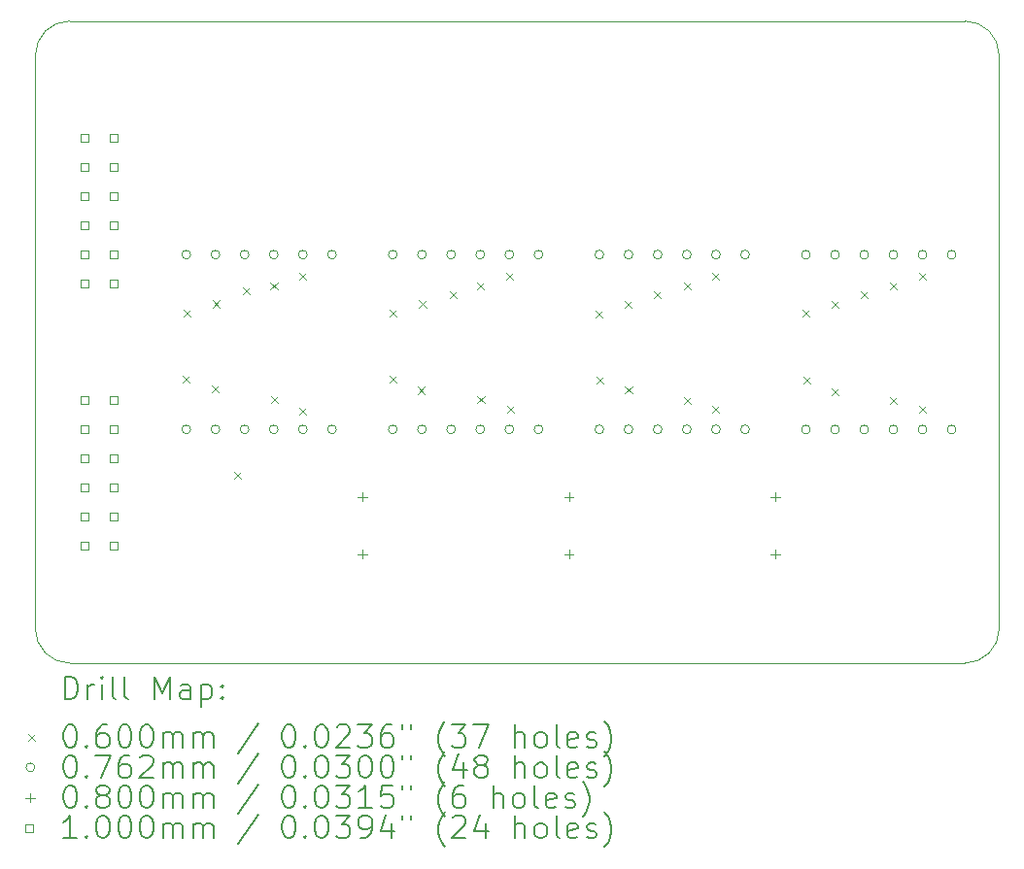
<source format=gbr>
%TF.GenerationSoftware,KiCad,Pcbnew,7.0.9*%
%TF.CreationDate,2024-09-19T22:48:55+02:00*%
%TF.ProjectId,hpdl_1414_pmod,6870646c-5f31-4343-9134-5f706d6f642e,rev?*%
%TF.SameCoordinates,Original*%
%TF.FileFunction,Drillmap*%
%TF.FilePolarity,Positive*%
%FSLAX45Y45*%
G04 Gerber Fmt 4.5, Leading zero omitted, Abs format (unit mm)*
G04 Created by KiCad (PCBNEW 7.0.9) date 2024-09-19 22:48:55*
%MOMM*%
%LPD*%
G01*
G04 APERTURE LIST*
%ADD10C,0.100000*%
%ADD11C,0.200000*%
G04 APERTURE END LIST*
D10*
X18400000Y-4700000D02*
G75*
G03*
X18100000Y-4400000I-300000J0D01*
G01*
X18400000Y-9700000D02*
X18400000Y-4700000D01*
X10000000Y-4700000D02*
X10000000Y-8100000D01*
X10000000Y-9700000D02*
G75*
G03*
X10300000Y-10000000I300000J0D01*
G01*
X10300000Y-10000000D02*
X18100000Y-10000000D01*
X18100000Y-10000000D02*
G75*
G03*
X18400000Y-9700000I0J300000D01*
G01*
X10300000Y-4400000D02*
G75*
G03*
X10000000Y-4700000I0J-300000D01*
G01*
X10000000Y-8100000D02*
X10000000Y-9700000D01*
X18100000Y-4400000D02*
X10300000Y-4400000D01*
D11*
D10*
X11285000Y-7491500D02*
X11345000Y-7551500D01*
X11345000Y-7491500D02*
X11285000Y-7551500D01*
X11290000Y-6920000D02*
X11350000Y-6980000D01*
X11350000Y-6920000D02*
X11290000Y-6980000D01*
X11535000Y-7581500D02*
X11595000Y-7641500D01*
X11595000Y-7581500D02*
X11535000Y-7641500D01*
X11545000Y-6837450D02*
X11605000Y-6897450D01*
X11605000Y-6837450D02*
X11545000Y-6897450D01*
X11730000Y-8330000D02*
X11790000Y-8390000D01*
X11790000Y-8330000D02*
X11730000Y-8390000D01*
X11810000Y-6720000D02*
X11870000Y-6780000D01*
X11870000Y-6720000D02*
X11810000Y-6780000D01*
X12050000Y-6680000D02*
X12110000Y-6740000D01*
X12110000Y-6680000D02*
X12050000Y-6740000D01*
X12053000Y-7673775D02*
X12113000Y-7733775D01*
X12113000Y-7673775D02*
X12053000Y-7733775D01*
X12300000Y-6600000D02*
X12360000Y-6660000D01*
X12360000Y-6600000D02*
X12300000Y-6660000D01*
X12300000Y-7770000D02*
X12360000Y-7830000D01*
X12360000Y-7770000D02*
X12300000Y-7830000D01*
X13085000Y-7491500D02*
X13145000Y-7551500D01*
X13145000Y-7491500D02*
X13085000Y-7551500D01*
X13090000Y-6920000D02*
X13150000Y-6980000D01*
X13150000Y-6920000D02*
X13090000Y-6980000D01*
X13335000Y-7591500D02*
X13395000Y-7651500D01*
X13395000Y-7591500D02*
X13335000Y-7651500D01*
X13345000Y-6837450D02*
X13405000Y-6897450D01*
X13405000Y-6837450D02*
X13345000Y-6897450D01*
X13610000Y-6760000D02*
X13670000Y-6820000D01*
X13670000Y-6760000D02*
X13610000Y-6820000D01*
X13850000Y-6677450D02*
X13910000Y-6737450D01*
X13910000Y-6677450D02*
X13850000Y-6737450D01*
X13853000Y-7673775D02*
X13913000Y-7733775D01*
X13913000Y-7673775D02*
X13853000Y-7733775D01*
X14100000Y-6600000D02*
X14160000Y-6660000D01*
X14160000Y-6600000D02*
X14100000Y-6660000D01*
X14110000Y-7760000D02*
X14170000Y-7820000D01*
X14170000Y-7760000D02*
X14110000Y-7820000D01*
X14885000Y-6925000D02*
X14945000Y-6985000D01*
X14945000Y-6925000D02*
X14885000Y-6985000D01*
X14890000Y-7500000D02*
X14950000Y-7560000D01*
X14950000Y-7500000D02*
X14890000Y-7560000D01*
X15139000Y-6841000D02*
X15199000Y-6901000D01*
X15199000Y-6841000D02*
X15139000Y-6901000D01*
X15140000Y-7590000D02*
X15200000Y-7650000D01*
X15200000Y-7590000D02*
X15140000Y-7650000D01*
X15390000Y-6760000D02*
X15450000Y-6820000D01*
X15450000Y-6760000D02*
X15390000Y-6820000D01*
X15650000Y-6680000D02*
X15710000Y-6740000D01*
X15710000Y-6680000D02*
X15650000Y-6740000D01*
X15650000Y-7682550D02*
X15710000Y-7742550D01*
X15710000Y-7682550D02*
X15650000Y-7742550D01*
X15900000Y-6600000D02*
X15960000Y-6660000D01*
X15960000Y-6600000D02*
X15900000Y-6660000D01*
X15900000Y-7760000D02*
X15960000Y-7820000D01*
X15960000Y-7760000D02*
X15900000Y-7820000D01*
X16685000Y-6917450D02*
X16745000Y-6977450D01*
X16745000Y-6917450D02*
X16685000Y-6977450D01*
X16690000Y-7500000D02*
X16750000Y-7560000D01*
X16750000Y-7500000D02*
X16690000Y-7560000D01*
X16939000Y-6840000D02*
X16999000Y-6900000D01*
X16999000Y-6840000D02*
X16939000Y-6900000D01*
X16940000Y-7600000D02*
X17000000Y-7660000D01*
X17000000Y-7600000D02*
X16940000Y-7660000D01*
X17190000Y-6757450D02*
X17250000Y-6817450D01*
X17250000Y-6757450D02*
X17190000Y-6817450D01*
X17450000Y-6680000D02*
X17510000Y-6740000D01*
X17510000Y-6680000D02*
X17450000Y-6740000D01*
X17450000Y-7682550D02*
X17510000Y-7742550D01*
X17510000Y-7682550D02*
X17450000Y-7742550D01*
X17700000Y-6600000D02*
X17760000Y-6660000D01*
X17760000Y-6600000D02*
X17700000Y-6660000D01*
X17700000Y-7760000D02*
X17760000Y-7820000D01*
X17760000Y-7760000D02*
X17700000Y-7820000D01*
X11353100Y-6438000D02*
G75*
G03*
X11353100Y-6438000I-38100J0D01*
G01*
X11353100Y-7962000D02*
G75*
G03*
X11353100Y-7962000I-38100J0D01*
G01*
X11607100Y-6438000D02*
G75*
G03*
X11607100Y-6438000I-38100J0D01*
G01*
X11607100Y-7962000D02*
G75*
G03*
X11607100Y-7962000I-38100J0D01*
G01*
X11861100Y-6438000D02*
G75*
G03*
X11861100Y-6438000I-38100J0D01*
G01*
X11861100Y-7962000D02*
G75*
G03*
X11861100Y-7962000I-38100J0D01*
G01*
X12115100Y-6438000D02*
G75*
G03*
X12115100Y-6438000I-38100J0D01*
G01*
X12115100Y-7962000D02*
G75*
G03*
X12115100Y-7962000I-38100J0D01*
G01*
X12369100Y-6438000D02*
G75*
G03*
X12369100Y-6438000I-38100J0D01*
G01*
X12369100Y-7962000D02*
G75*
G03*
X12369100Y-7962000I-38100J0D01*
G01*
X12623100Y-6438000D02*
G75*
G03*
X12623100Y-6438000I-38100J0D01*
G01*
X12623100Y-7962000D02*
G75*
G03*
X12623100Y-7962000I-38100J0D01*
G01*
X13153100Y-6438000D02*
G75*
G03*
X13153100Y-6438000I-38100J0D01*
G01*
X13153100Y-7962000D02*
G75*
G03*
X13153100Y-7962000I-38100J0D01*
G01*
X13407100Y-6438000D02*
G75*
G03*
X13407100Y-6438000I-38100J0D01*
G01*
X13407100Y-7962000D02*
G75*
G03*
X13407100Y-7962000I-38100J0D01*
G01*
X13661100Y-6438000D02*
G75*
G03*
X13661100Y-6438000I-38100J0D01*
G01*
X13661100Y-7962000D02*
G75*
G03*
X13661100Y-7962000I-38100J0D01*
G01*
X13915100Y-6438000D02*
G75*
G03*
X13915100Y-6438000I-38100J0D01*
G01*
X13915100Y-7962000D02*
G75*
G03*
X13915100Y-7962000I-38100J0D01*
G01*
X14169100Y-6438000D02*
G75*
G03*
X14169100Y-6438000I-38100J0D01*
G01*
X14169100Y-7962000D02*
G75*
G03*
X14169100Y-7962000I-38100J0D01*
G01*
X14423100Y-6438000D02*
G75*
G03*
X14423100Y-6438000I-38100J0D01*
G01*
X14423100Y-7962000D02*
G75*
G03*
X14423100Y-7962000I-38100J0D01*
G01*
X14953100Y-6438000D02*
G75*
G03*
X14953100Y-6438000I-38100J0D01*
G01*
X14953100Y-7962000D02*
G75*
G03*
X14953100Y-7962000I-38100J0D01*
G01*
X15207100Y-6438000D02*
G75*
G03*
X15207100Y-6438000I-38100J0D01*
G01*
X15207100Y-7962000D02*
G75*
G03*
X15207100Y-7962000I-38100J0D01*
G01*
X15461100Y-6438000D02*
G75*
G03*
X15461100Y-6438000I-38100J0D01*
G01*
X15461100Y-7962000D02*
G75*
G03*
X15461100Y-7962000I-38100J0D01*
G01*
X15715100Y-6438000D02*
G75*
G03*
X15715100Y-6438000I-38100J0D01*
G01*
X15715100Y-7962000D02*
G75*
G03*
X15715100Y-7962000I-38100J0D01*
G01*
X15969100Y-6438000D02*
G75*
G03*
X15969100Y-6438000I-38100J0D01*
G01*
X15969100Y-7962000D02*
G75*
G03*
X15969100Y-7962000I-38100J0D01*
G01*
X16223100Y-6438000D02*
G75*
G03*
X16223100Y-6438000I-38100J0D01*
G01*
X16223100Y-7962000D02*
G75*
G03*
X16223100Y-7962000I-38100J0D01*
G01*
X16753100Y-6438000D02*
G75*
G03*
X16753100Y-6438000I-38100J0D01*
G01*
X16753100Y-7962000D02*
G75*
G03*
X16753100Y-7962000I-38100J0D01*
G01*
X17007100Y-6438000D02*
G75*
G03*
X17007100Y-6438000I-38100J0D01*
G01*
X17007100Y-7962000D02*
G75*
G03*
X17007100Y-7962000I-38100J0D01*
G01*
X17261100Y-6438000D02*
G75*
G03*
X17261100Y-6438000I-38100J0D01*
G01*
X17261100Y-7962000D02*
G75*
G03*
X17261100Y-7962000I-38100J0D01*
G01*
X17515100Y-6438000D02*
G75*
G03*
X17515100Y-6438000I-38100J0D01*
G01*
X17515100Y-7962000D02*
G75*
G03*
X17515100Y-7962000I-38100J0D01*
G01*
X17769100Y-6438000D02*
G75*
G03*
X17769100Y-6438000I-38100J0D01*
G01*
X17769100Y-7962000D02*
G75*
G03*
X17769100Y-7962000I-38100J0D01*
G01*
X18023100Y-6438000D02*
G75*
G03*
X18023100Y-6438000I-38100J0D01*
G01*
X18023100Y-7962000D02*
G75*
G03*
X18023100Y-7962000I-38100J0D01*
G01*
X12850000Y-8510000D02*
X12850000Y-8590000D01*
X12810000Y-8550000D02*
X12890000Y-8550000D01*
X12850000Y-9010000D02*
X12850000Y-9090000D01*
X12810000Y-9050000D02*
X12890000Y-9050000D01*
X14650000Y-8510000D02*
X14650000Y-8590000D01*
X14610000Y-8550000D02*
X14690000Y-8550000D01*
X14650000Y-9010000D02*
X14650000Y-9090000D01*
X14610000Y-9050000D02*
X14690000Y-9050000D01*
X16450000Y-8510000D02*
X16450000Y-8590000D01*
X16410000Y-8550000D02*
X16490000Y-8550000D01*
X16450000Y-9010000D02*
X16450000Y-9090000D01*
X16410000Y-9050000D02*
X16490000Y-9050000D01*
X10461356Y-5457356D02*
X10461356Y-5386644D01*
X10390644Y-5386644D01*
X10390644Y-5457356D01*
X10461356Y-5457356D01*
X10461356Y-5711356D02*
X10461356Y-5640644D01*
X10390644Y-5640644D01*
X10390644Y-5711356D01*
X10461356Y-5711356D01*
X10461356Y-5965356D02*
X10461356Y-5894644D01*
X10390644Y-5894644D01*
X10390644Y-5965356D01*
X10461356Y-5965356D01*
X10461356Y-6219356D02*
X10461356Y-6148644D01*
X10390644Y-6148644D01*
X10390644Y-6219356D01*
X10461356Y-6219356D01*
X10461356Y-6473356D02*
X10461356Y-6402644D01*
X10390644Y-6402644D01*
X10390644Y-6473356D01*
X10461356Y-6473356D01*
X10461356Y-6727356D02*
X10461356Y-6656644D01*
X10390644Y-6656644D01*
X10390644Y-6727356D01*
X10461356Y-6727356D01*
X10461356Y-7743356D02*
X10461356Y-7672644D01*
X10390644Y-7672644D01*
X10390644Y-7743356D01*
X10461356Y-7743356D01*
X10461356Y-7997356D02*
X10461356Y-7926644D01*
X10390644Y-7926644D01*
X10390644Y-7997356D01*
X10461356Y-7997356D01*
X10461356Y-8251356D02*
X10461356Y-8180644D01*
X10390644Y-8180644D01*
X10390644Y-8251356D01*
X10461356Y-8251356D01*
X10461356Y-8505356D02*
X10461356Y-8434644D01*
X10390644Y-8434644D01*
X10390644Y-8505356D01*
X10461356Y-8505356D01*
X10461356Y-8759356D02*
X10461356Y-8688644D01*
X10390644Y-8688644D01*
X10390644Y-8759356D01*
X10461356Y-8759356D01*
X10461356Y-9013356D02*
X10461356Y-8942644D01*
X10390644Y-8942644D01*
X10390644Y-9013356D01*
X10461356Y-9013356D01*
X10715356Y-5457356D02*
X10715356Y-5386644D01*
X10644644Y-5386644D01*
X10644644Y-5457356D01*
X10715356Y-5457356D01*
X10715356Y-5711356D02*
X10715356Y-5640644D01*
X10644644Y-5640644D01*
X10644644Y-5711356D01*
X10715356Y-5711356D01*
X10715356Y-5965356D02*
X10715356Y-5894644D01*
X10644644Y-5894644D01*
X10644644Y-5965356D01*
X10715356Y-5965356D01*
X10715356Y-6219356D02*
X10715356Y-6148644D01*
X10644644Y-6148644D01*
X10644644Y-6219356D01*
X10715356Y-6219356D01*
X10715356Y-6473356D02*
X10715356Y-6402644D01*
X10644644Y-6402644D01*
X10644644Y-6473356D01*
X10715356Y-6473356D01*
X10715356Y-6727356D02*
X10715356Y-6656644D01*
X10644644Y-6656644D01*
X10644644Y-6727356D01*
X10715356Y-6727356D01*
X10715356Y-7743356D02*
X10715356Y-7672644D01*
X10644644Y-7672644D01*
X10644644Y-7743356D01*
X10715356Y-7743356D01*
X10715356Y-7997356D02*
X10715356Y-7926644D01*
X10644644Y-7926644D01*
X10644644Y-7997356D01*
X10715356Y-7997356D01*
X10715356Y-8251356D02*
X10715356Y-8180644D01*
X10644644Y-8180644D01*
X10644644Y-8251356D01*
X10715356Y-8251356D01*
X10715356Y-8505356D02*
X10715356Y-8434644D01*
X10644644Y-8434644D01*
X10644644Y-8505356D01*
X10715356Y-8505356D01*
X10715356Y-8759356D02*
X10715356Y-8688644D01*
X10644644Y-8688644D01*
X10644644Y-8759356D01*
X10715356Y-8759356D01*
X10715356Y-9013356D02*
X10715356Y-8942644D01*
X10644644Y-8942644D01*
X10644644Y-9013356D01*
X10715356Y-9013356D01*
D11*
X10255777Y-10316484D02*
X10255777Y-10116484D01*
X10255777Y-10116484D02*
X10303396Y-10116484D01*
X10303396Y-10116484D02*
X10331967Y-10126008D01*
X10331967Y-10126008D02*
X10351015Y-10145055D01*
X10351015Y-10145055D02*
X10360539Y-10164103D01*
X10360539Y-10164103D02*
X10370063Y-10202198D01*
X10370063Y-10202198D02*
X10370063Y-10230770D01*
X10370063Y-10230770D02*
X10360539Y-10268865D01*
X10360539Y-10268865D02*
X10351015Y-10287912D01*
X10351015Y-10287912D02*
X10331967Y-10306960D01*
X10331967Y-10306960D02*
X10303396Y-10316484D01*
X10303396Y-10316484D02*
X10255777Y-10316484D01*
X10455777Y-10316484D02*
X10455777Y-10183150D01*
X10455777Y-10221246D02*
X10465301Y-10202198D01*
X10465301Y-10202198D02*
X10474824Y-10192674D01*
X10474824Y-10192674D02*
X10493872Y-10183150D01*
X10493872Y-10183150D02*
X10512920Y-10183150D01*
X10579586Y-10316484D02*
X10579586Y-10183150D01*
X10579586Y-10116484D02*
X10570063Y-10126008D01*
X10570063Y-10126008D02*
X10579586Y-10135531D01*
X10579586Y-10135531D02*
X10589110Y-10126008D01*
X10589110Y-10126008D02*
X10579586Y-10116484D01*
X10579586Y-10116484D02*
X10579586Y-10135531D01*
X10703396Y-10316484D02*
X10684348Y-10306960D01*
X10684348Y-10306960D02*
X10674824Y-10287912D01*
X10674824Y-10287912D02*
X10674824Y-10116484D01*
X10808158Y-10316484D02*
X10789110Y-10306960D01*
X10789110Y-10306960D02*
X10779586Y-10287912D01*
X10779586Y-10287912D02*
X10779586Y-10116484D01*
X11036729Y-10316484D02*
X11036729Y-10116484D01*
X11036729Y-10116484D02*
X11103396Y-10259341D01*
X11103396Y-10259341D02*
X11170063Y-10116484D01*
X11170063Y-10116484D02*
X11170063Y-10316484D01*
X11351015Y-10316484D02*
X11351015Y-10211722D01*
X11351015Y-10211722D02*
X11341491Y-10192674D01*
X11341491Y-10192674D02*
X11322443Y-10183150D01*
X11322443Y-10183150D02*
X11284348Y-10183150D01*
X11284348Y-10183150D02*
X11265301Y-10192674D01*
X11351015Y-10306960D02*
X11331967Y-10316484D01*
X11331967Y-10316484D02*
X11284348Y-10316484D01*
X11284348Y-10316484D02*
X11265301Y-10306960D01*
X11265301Y-10306960D02*
X11255777Y-10287912D01*
X11255777Y-10287912D02*
X11255777Y-10268865D01*
X11255777Y-10268865D02*
X11265301Y-10249817D01*
X11265301Y-10249817D02*
X11284348Y-10240293D01*
X11284348Y-10240293D02*
X11331967Y-10240293D01*
X11331967Y-10240293D02*
X11351015Y-10230770D01*
X11446253Y-10183150D02*
X11446253Y-10383150D01*
X11446253Y-10192674D02*
X11465301Y-10183150D01*
X11465301Y-10183150D02*
X11503396Y-10183150D01*
X11503396Y-10183150D02*
X11522443Y-10192674D01*
X11522443Y-10192674D02*
X11531967Y-10202198D01*
X11531967Y-10202198D02*
X11541491Y-10221246D01*
X11541491Y-10221246D02*
X11541491Y-10278389D01*
X11541491Y-10278389D02*
X11531967Y-10297436D01*
X11531967Y-10297436D02*
X11522443Y-10306960D01*
X11522443Y-10306960D02*
X11503396Y-10316484D01*
X11503396Y-10316484D02*
X11465301Y-10316484D01*
X11465301Y-10316484D02*
X11446253Y-10306960D01*
X11627205Y-10297436D02*
X11636729Y-10306960D01*
X11636729Y-10306960D02*
X11627205Y-10316484D01*
X11627205Y-10316484D02*
X11617682Y-10306960D01*
X11617682Y-10306960D02*
X11627205Y-10297436D01*
X11627205Y-10297436D02*
X11627205Y-10316484D01*
X11627205Y-10192674D02*
X11636729Y-10202198D01*
X11636729Y-10202198D02*
X11627205Y-10211722D01*
X11627205Y-10211722D02*
X11617682Y-10202198D01*
X11617682Y-10202198D02*
X11627205Y-10192674D01*
X11627205Y-10192674D02*
X11627205Y-10211722D01*
D10*
X9935000Y-10615000D02*
X9995000Y-10675000D01*
X9995000Y-10615000D02*
X9935000Y-10675000D01*
D11*
X10293872Y-10536484D02*
X10312920Y-10536484D01*
X10312920Y-10536484D02*
X10331967Y-10546008D01*
X10331967Y-10546008D02*
X10341491Y-10555531D01*
X10341491Y-10555531D02*
X10351015Y-10574579D01*
X10351015Y-10574579D02*
X10360539Y-10612674D01*
X10360539Y-10612674D02*
X10360539Y-10660293D01*
X10360539Y-10660293D02*
X10351015Y-10698389D01*
X10351015Y-10698389D02*
X10341491Y-10717436D01*
X10341491Y-10717436D02*
X10331967Y-10726960D01*
X10331967Y-10726960D02*
X10312920Y-10736484D01*
X10312920Y-10736484D02*
X10293872Y-10736484D01*
X10293872Y-10736484D02*
X10274824Y-10726960D01*
X10274824Y-10726960D02*
X10265301Y-10717436D01*
X10265301Y-10717436D02*
X10255777Y-10698389D01*
X10255777Y-10698389D02*
X10246253Y-10660293D01*
X10246253Y-10660293D02*
X10246253Y-10612674D01*
X10246253Y-10612674D02*
X10255777Y-10574579D01*
X10255777Y-10574579D02*
X10265301Y-10555531D01*
X10265301Y-10555531D02*
X10274824Y-10546008D01*
X10274824Y-10546008D02*
X10293872Y-10536484D01*
X10446253Y-10717436D02*
X10455777Y-10726960D01*
X10455777Y-10726960D02*
X10446253Y-10736484D01*
X10446253Y-10736484D02*
X10436729Y-10726960D01*
X10436729Y-10726960D02*
X10446253Y-10717436D01*
X10446253Y-10717436D02*
X10446253Y-10736484D01*
X10627205Y-10536484D02*
X10589110Y-10536484D01*
X10589110Y-10536484D02*
X10570063Y-10546008D01*
X10570063Y-10546008D02*
X10560539Y-10555531D01*
X10560539Y-10555531D02*
X10541491Y-10584103D01*
X10541491Y-10584103D02*
X10531967Y-10622198D01*
X10531967Y-10622198D02*
X10531967Y-10698389D01*
X10531967Y-10698389D02*
X10541491Y-10717436D01*
X10541491Y-10717436D02*
X10551015Y-10726960D01*
X10551015Y-10726960D02*
X10570063Y-10736484D01*
X10570063Y-10736484D02*
X10608158Y-10736484D01*
X10608158Y-10736484D02*
X10627205Y-10726960D01*
X10627205Y-10726960D02*
X10636729Y-10717436D01*
X10636729Y-10717436D02*
X10646253Y-10698389D01*
X10646253Y-10698389D02*
X10646253Y-10650770D01*
X10646253Y-10650770D02*
X10636729Y-10631722D01*
X10636729Y-10631722D02*
X10627205Y-10622198D01*
X10627205Y-10622198D02*
X10608158Y-10612674D01*
X10608158Y-10612674D02*
X10570063Y-10612674D01*
X10570063Y-10612674D02*
X10551015Y-10622198D01*
X10551015Y-10622198D02*
X10541491Y-10631722D01*
X10541491Y-10631722D02*
X10531967Y-10650770D01*
X10770063Y-10536484D02*
X10789110Y-10536484D01*
X10789110Y-10536484D02*
X10808158Y-10546008D01*
X10808158Y-10546008D02*
X10817682Y-10555531D01*
X10817682Y-10555531D02*
X10827205Y-10574579D01*
X10827205Y-10574579D02*
X10836729Y-10612674D01*
X10836729Y-10612674D02*
X10836729Y-10660293D01*
X10836729Y-10660293D02*
X10827205Y-10698389D01*
X10827205Y-10698389D02*
X10817682Y-10717436D01*
X10817682Y-10717436D02*
X10808158Y-10726960D01*
X10808158Y-10726960D02*
X10789110Y-10736484D01*
X10789110Y-10736484D02*
X10770063Y-10736484D01*
X10770063Y-10736484D02*
X10751015Y-10726960D01*
X10751015Y-10726960D02*
X10741491Y-10717436D01*
X10741491Y-10717436D02*
X10731967Y-10698389D01*
X10731967Y-10698389D02*
X10722444Y-10660293D01*
X10722444Y-10660293D02*
X10722444Y-10612674D01*
X10722444Y-10612674D02*
X10731967Y-10574579D01*
X10731967Y-10574579D02*
X10741491Y-10555531D01*
X10741491Y-10555531D02*
X10751015Y-10546008D01*
X10751015Y-10546008D02*
X10770063Y-10536484D01*
X10960539Y-10536484D02*
X10979586Y-10536484D01*
X10979586Y-10536484D02*
X10998634Y-10546008D01*
X10998634Y-10546008D02*
X11008158Y-10555531D01*
X11008158Y-10555531D02*
X11017682Y-10574579D01*
X11017682Y-10574579D02*
X11027205Y-10612674D01*
X11027205Y-10612674D02*
X11027205Y-10660293D01*
X11027205Y-10660293D02*
X11017682Y-10698389D01*
X11017682Y-10698389D02*
X11008158Y-10717436D01*
X11008158Y-10717436D02*
X10998634Y-10726960D01*
X10998634Y-10726960D02*
X10979586Y-10736484D01*
X10979586Y-10736484D02*
X10960539Y-10736484D01*
X10960539Y-10736484D02*
X10941491Y-10726960D01*
X10941491Y-10726960D02*
X10931967Y-10717436D01*
X10931967Y-10717436D02*
X10922444Y-10698389D01*
X10922444Y-10698389D02*
X10912920Y-10660293D01*
X10912920Y-10660293D02*
X10912920Y-10612674D01*
X10912920Y-10612674D02*
X10922444Y-10574579D01*
X10922444Y-10574579D02*
X10931967Y-10555531D01*
X10931967Y-10555531D02*
X10941491Y-10546008D01*
X10941491Y-10546008D02*
X10960539Y-10536484D01*
X11112920Y-10736484D02*
X11112920Y-10603150D01*
X11112920Y-10622198D02*
X11122444Y-10612674D01*
X11122444Y-10612674D02*
X11141491Y-10603150D01*
X11141491Y-10603150D02*
X11170063Y-10603150D01*
X11170063Y-10603150D02*
X11189110Y-10612674D01*
X11189110Y-10612674D02*
X11198634Y-10631722D01*
X11198634Y-10631722D02*
X11198634Y-10736484D01*
X11198634Y-10631722D02*
X11208158Y-10612674D01*
X11208158Y-10612674D02*
X11227205Y-10603150D01*
X11227205Y-10603150D02*
X11255777Y-10603150D01*
X11255777Y-10603150D02*
X11274824Y-10612674D01*
X11274824Y-10612674D02*
X11284348Y-10631722D01*
X11284348Y-10631722D02*
X11284348Y-10736484D01*
X11379586Y-10736484D02*
X11379586Y-10603150D01*
X11379586Y-10622198D02*
X11389110Y-10612674D01*
X11389110Y-10612674D02*
X11408158Y-10603150D01*
X11408158Y-10603150D02*
X11436729Y-10603150D01*
X11436729Y-10603150D02*
X11455777Y-10612674D01*
X11455777Y-10612674D02*
X11465301Y-10631722D01*
X11465301Y-10631722D02*
X11465301Y-10736484D01*
X11465301Y-10631722D02*
X11474824Y-10612674D01*
X11474824Y-10612674D02*
X11493872Y-10603150D01*
X11493872Y-10603150D02*
X11522443Y-10603150D01*
X11522443Y-10603150D02*
X11541491Y-10612674D01*
X11541491Y-10612674D02*
X11551015Y-10631722D01*
X11551015Y-10631722D02*
X11551015Y-10736484D01*
X11941491Y-10526960D02*
X11770063Y-10784103D01*
X12198634Y-10536484D02*
X12217682Y-10536484D01*
X12217682Y-10536484D02*
X12236729Y-10546008D01*
X12236729Y-10546008D02*
X12246253Y-10555531D01*
X12246253Y-10555531D02*
X12255777Y-10574579D01*
X12255777Y-10574579D02*
X12265301Y-10612674D01*
X12265301Y-10612674D02*
X12265301Y-10660293D01*
X12265301Y-10660293D02*
X12255777Y-10698389D01*
X12255777Y-10698389D02*
X12246253Y-10717436D01*
X12246253Y-10717436D02*
X12236729Y-10726960D01*
X12236729Y-10726960D02*
X12217682Y-10736484D01*
X12217682Y-10736484D02*
X12198634Y-10736484D01*
X12198634Y-10736484D02*
X12179586Y-10726960D01*
X12179586Y-10726960D02*
X12170063Y-10717436D01*
X12170063Y-10717436D02*
X12160539Y-10698389D01*
X12160539Y-10698389D02*
X12151015Y-10660293D01*
X12151015Y-10660293D02*
X12151015Y-10612674D01*
X12151015Y-10612674D02*
X12160539Y-10574579D01*
X12160539Y-10574579D02*
X12170063Y-10555531D01*
X12170063Y-10555531D02*
X12179586Y-10546008D01*
X12179586Y-10546008D02*
X12198634Y-10536484D01*
X12351015Y-10717436D02*
X12360539Y-10726960D01*
X12360539Y-10726960D02*
X12351015Y-10736484D01*
X12351015Y-10736484D02*
X12341491Y-10726960D01*
X12341491Y-10726960D02*
X12351015Y-10717436D01*
X12351015Y-10717436D02*
X12351015Y-10736484D01*
X12484348Y-10536484D02*
X12503396Y-10536484D01*
X12503396Y-10536484D02*
X12522444Y-10546008D01*
X12522444Y-10546008D02*
X12531967Y-10555531D01*
X12531967Y-10555531D02*
X12541491Y-10574579D01*
X12541491Y-10574579D02*
X12551015Y-10612674D01*
X12551015Y-10612674D02*
X12551015Y-10660293D01*
X12551015Y-10660293D02*
X12541491Y-10698389D01*
X12541491Y-10698389D02*
X12531967Y-10717436D01*
X12531967Y-10717436D02*
X12522444Y-10726960D01*
X12522444Y-10726960D02*
X12503396Y-10736484D01*
X12503396Y-10736484D02*
X12484348Y-10736484D01*
X12484348Y-10736484D02*
X12465301Y-10726960D01*
X12465301Y-10726960D02*
X12455777Y-10717436D01*
X12455777Y-10717436D02*
X12446253Y-10698389D01*
X12446253Y-10698389D02*
X12436729Y-10660293D01*
X12436729Y-10660293D02*
X12436729Y-10612674D01*
X12436729Y-10612674D02*
X12446253Y-10574579D01*
X12446253Y-10574579D02*
X12455777Y-10555531D01*
X12455777Y-10555531D02*
X12465301Y-10546008D01*
X12465301Y-10546008D02*
X12484348Y-10536484D01*
X12627206Y-10555531D02*
X12636729Y-10546008D01*
X12636729Y-10546008D02*
X12655777Y-10536484D01*
X12655777Y-10536484D02*
X12703396Y-10536484D01*
X12703396Y-10536484D02*
X12722444Y-10546008D01*
X12722444Y-10546008D02*
X12731967Y-10555531D01*
X12731967Y-10555531D02*
X12741491Y-10574579D01*
X12741491Y-10574579D02*
X12741491Y-10593627D01*
X12741491Y-10593627D02*
X12731967Y-10622198D01*
X12731967Y-10622198D02*
X12617682Y-10736484D01*
X12617682Y-10736484D02*
X12741491Y-10736484D01*
X12808158Y-10536484D02*
X12931967Y-10536484D01*
X12931967Y-10536484D02*
X12865301Y-10612674D01*
X12865301Y-10612674D02*
X12893872Y-10612674D01*
X12893872Y-10612674D02*
X12912920Y-10622198D01*
X12912920Y-10622198D02*
X12922444Y-10631722D01*
X12922444Y-10631722D02*
X12931967Y-10650770D01*
X12931967Y-10650770D02*
X12931967Y-10698389D01*
X12931967Y-10698389D02*
X12922444Y-10717436D01*
X12922444Y-10717436D02*
X12912920Y-10726960D01*
X12912920Y-10726960D02*
X12893872Y-10736484D01*
X12893872Y-10736484D02*
X12836729Y-10736484D01*
X12836729Y-10736484D02*
X12817682Y-10726960D01*
X12817682Y-10726960D02*
X12808158Y-10717436D01*
X13103396Y-10536484D02*
X13065301Y-10536484D01*
X13065301Y-10536484D02*
X13046253Y-10546008D01*
X13046253Y-10546008D02*
X13036729Y-10555531D01*
X13036729Y-10555531D02*
X13017682Y-10584103D01*
X13017682Y-10584103D02*
X13008158Y-10622198D01*
X13008158Y-10622198D02*
X13008158Y-10698389D01*
X13008158Y-10698389D02*
X13017682Y-10717436D01*
X13017682Y-10717436D02*
X13027206Y-10726960D01*
X13027206Y-10726960D02*
X13046253Y-10736484D01*
X13046253Y-10736484D02*
X13084348Y-10736484D01*
X13084348Y-10736484D02*
X13103396Y-10726960D01*
X13103396Y-10726960D02*
X13112920Y-10717436D01*
X13112920Y-10717436D02*
X13122444Y-10698389D01*
X13122444Y-10698389D02*
X13122444Y-10650770D01*
X13122444Y-10650770D02*
X13112920Y-10631722D01*
X13112920Y-10631722D02*
X13103396Y-10622198D01*
X13103396Y-10622198D02*
X13084348Y-10612674D01*
X13084348Y-10612674D02*
X13046253Y-10612674D01*
X13046253Y-10612674D02*
X13027206Y-10622198D01*
X13027206Y-10622198D02*
X13017682Y-10631722D01*
X13017682Y-10631722D02*
X13008158Y-10650770D01*
X13198634Y-10536484D02*
X13198634Y-10574579D01*
X13274825Y-10536484D02*
X13274825Y-10574579D01*
X13570063Y-10812674D02*
X13560539Y-10803150D01*
X13560539Y-10803150D02*
X13541491Y-10774579D01*
X13541491Y-10774579D02*
X13531968Y-10755531D01*
X13531968Y-10755531D02*
X13522444Y-10726960D01*
X13522444Y-10726960D02*
X13512920Y-10679341D01*
X13512920Y-10679341D02*
X13512920Y-10641246D01*
X13512920Y-10641246D02*
X13522444Y-10593627D01*
X13522444Y-10593627D02*
X13531968Y-10565055D01*
X13531968Y-10565055D02*
X13541491Y-10546008D01*
X13541491Y-10546008D02*
X13560539Y-10517436D01*
X13560539Y-10517436D02*
X13570063Y-10507912D01*
X13627206Y-10536484D02*
X13751015Y-10536484D01*
X13751015Y-10536484D02*
X13684348Y-10612674D01*
X13684348Y-10612674D02*
X13712920Y-10612674D01*
X13712920Y-10612674D02*
X13731968Y-10622198D01*
X13731968Y-10622198D02*
X13741491Y-10631722D01*
X13741491Y-10631722D02*
X13751015Y-10650770D01*
X13751015Y-10650770D02*
X13751015Y-10698389D01*
X13751015Y-10698389D02*
X13741491Y-10717436D01*
X13741491Y-10717436D02*
X13731968Y-10726960D01*
X13731968Y-10726960D02*
X13712920Y-10736484D01*
X13712920Y-10736484D02*
X13655777Y-10736484D01*
X13655777Y-10736484D02*
X13636729Y-10726960D01*
X13636729Y-10726960D02*
X13627206Y-10717436D01*
X13817682Y-10536484D02*
X13951015Y-10536484D01*
X13951015Y-10536484D02*
X13865301Y-10736484D01*
X14179587Y-10736484D02*
X14179587Y-10536484D01*
X14265301Y-10736484D02*
X14265301Y-10631722D01*
X14265301Y-10631722D02*
X14255777Y-10612674D01*
X14255777Y-10612674D02*
X14236730Y-10603150D01*
X14236730Y-10603150D02*
X14208158Y-10603150D01*
X14208158Y-10603150D02*
X14189110Y-10612674D01*
X14189110Y-10612674D02*
X14179587Y-10622198D01*
X14389110Y-10736484D02*
X14370063Y-10726960D01*
X14370063Y-10726960D02*
X14360539Y-10717436D01*
X14360539Y-10717436D02*
X14351015Y-10698389D01*
X14351015Y-10698389D02*
X14351015Y-10641246D01*
X14351015Y-10641246D02*
X14360539Y-10622198D01*
X14360539Y-10622198D02*
X14370063Y-10612674D01*
X14370063Y-10612674D02*
X14389110Y-10603150D01*
X14389110Y-10603150D02*
X14417682Y-10603150D01*
X14417682Y-10603150D02*
X14436730Y-10612674D01*
X14436730Y-10612674D02*
X14446253Y-10622198D01*
X14446253Y-10622198D02*
X14455777Y-10641246D01*
X14455777Y-10641246D02*
X14455777Y-10698389D01*
X14455777Y-10698389D02*
X14446253Y-10717436D01*
X14446253Y-10717436D02*
X14436730Y-10726960D01*
X14436730Y-10726960D02*
X14417682Y-10736484D01*
X14417682Y-10736484D02*
X14389110Y-10736484D01*
X14570063Y-10736484D02*
X14551015Y-10726960D01*
X14551015Y-10726960D02*
X14541491Y-10707912D01*
X14541491Y-10707912D02*
X14541491Y-10536484D01*
X14722444Y-10726960D02*
X14703396Y-10736484D01*
X14703396Y-10736484D02*
X14665301Y-10736484D01*
X14665301Y-10736484D02*
X14646253Y-10726960D01*
X14646253Y-10726960D02*
X14636730Y-10707912D01*
X14636730Y-10707912D02*
X14636730Y-10631722D01*
X14636730Y-10631722D02*
X14646253Y-10612674D01*
X14646253Y-10612674D02*
X14665301Y-10603150D01*
X14665301Y-10603150D02*
X14703396Y-10603150D01*
X14703396Y-10603150D02*
X14722444Y-10612674D01*
X14722444Y-10612674D02*
X14731968Y-10631722D01*
X14731968Y-10631722D02*
X14731968Y-10650770D01*
X14731968Y-10650770D02*
X14636730Y-10669817D01*
X14808158Y-10726960D02*
X14827206Y-10736484D01*
X14827206Y-10736484D02*
X14865301Y-10736484D01*
X14865301Y-10736484D02*
X14884349Y-10726960D01*
X14884349Y-10726960D02*
X14893872Y-10707912D01*
X14893872Y-10707912D02*
X14893872Y-10698389D01*
X14893872Y-10698389D02*
X14884349Y-10679341D01*
X14884349Y-10679341D02*
X14865301Y-10669817D01*
X14865301Y-10669817D02*
X14836730Y-10669817D01*
X14836730Y-10669817D02*
X14817682Y-10660293D01*
X14817682Y-10660293D02*
X14808158Y-10641246D01*
X14808158Y-10641246D02*
X14808158Y-10631722D01*
X14808158Y-10631722D02*
X14817682Y-10612674D01*
X14817682Y-10612674D02*
X14836730Y-10603150D01*
X14836730Y-10603150D02*
X14865301Y-10603150D01*
X14865301Y-10603150D02*
X14884349Y-10612674D01*
X14960539Y-10812674D02*
X14970063Y-10803150D01*
X14970063Y-10803150D02*
X14989111Y-10774579D01*
X14989111Y-10774579D02*
X14998634Y-10755531D01*
X14998634Y-10755531D02*
X15008158Y-10726960D01*
X15008158Y-10726960D02*
X15017682Y-10679341D01*
X15017682Y-10679341D02*
X15017682Y-10641246D01*
X15017682Y-10641246D02*
X15008158Y-10593627D01*
X15008158Y-10593627D02*
X14998634Y-10565055D01*
X14998634Y-10565055D02*
X14989111Y-10546008D01*
X14989111Y-10546008D02*
X14970063Y-10517436D01*
X14970063Y-10517436D02*
X14960539Y-10507912D01*
D10*
X9995000Y-10909000D02*
G75*
G03*
X9995000Y-10909000I-38100J0D01*
G01*
D11*
X10293872Y-10800484D02*
X10312920Y-10800484D01*
X10312920Y-10800484D02*
X10331967Y-10810008D01*
X10331967Y-10810008D02*
X10341491Y-10819531D01*
X10341491Y-10819531D02*
X10351015Y-10838579D01*
X10351015Y-10838579D02*
X10360539Y-10876674D01*
X10360539Y-10876674D02*
X10360539Y-10924293D01*
X10360539Y-10924293D02*
X10351015Y-10962389D01*
X10351015Y-10962389D02*
X10341491Y-10981436D01*
X10341491Y-10981436D02*
X10331967Y-10990960D01*
X10331967Y-10990960D02*
X10312920Y-11000484D01*
X10312920Y-11000484D02*
X10293872Y-11000484D01*
X10293872Y-11000484D02*
X10274824Y-10990960D01*
X10274824Y-10990960D02*
X10265301Y-10981436D01*
X10265301Y-10981436D02*
X10255777Y-10962389D01*
X10255777Y-10962389D02*
X10246253Y-10924293D01*
X10246253Y-10924293D02*
X10246253Y-10876674D01*
X10246253Y-10876674D02*
X10255777Y-10838579D01*
X10255777Y-10838579D02*
X10265301Y-10819531D01*
X10265301Y-10819531D02*
X10274824Y-10810008D01*
X10274824Y-10810008D02*
X10293872Y-10800484D01*
X10446253Y-10981436D02*
X10455777Y-10990960D01*
X10455777Y-10990960D02*
X10446253Y-11000484D01*
X10446253Y-11000484D02*
X10436729Y-10990960D01*
X10436729Y-10990960D02*
X10446253Y-10981436D01*
X10446253Y-10981436D02*
X10446253Y-11000484D01*
X10522444Y-10800484D02*
X10655777Y-10800484D01*
X10655777Y-10800484D02*
X10570063Y-11000484D01*
X10817682Y-10800484D02*
X10779586Y-10800484D01*
X10779586Y-10800484D02*
X10760539Y-10810008D01*
X10760539Y-10810008D02*
X10751015Y-10819531D01*
X10751015Y-10819531D02*
X10731967Y-10848103D01*
X10731967Y-10848103D02*
X10722444Y-10886198D01*
X10722444Y-10886198D02*
X10722444Y-10962389D01*
X10722444Y-10962389D02*
X10731967Y-10981436D01*
X10731967Y-10981436D02*
X10741491Y-10990960D01*
X10741491Y-10990960D02*
X10760539Y-11000484D01*
X10760539Y-11000484D02*
X10798634Y-11000484D01*
X10798634Y-11000484D02*
X10817682Y-10990960D01*
X10817682Y-10990960D02*
X10827205Y-10981436D01*
X10827205Y-10981436D02*
X10836729Y-10962389D01*
X10836729Y-10962389D02*
X10836729Y-10914770D01*
X10836729Y-10914770D02*
X10827205Y-10895722D01*
X10827205Y-10895722D02*
X10817682Y-10886198D01*
X10817682Y-10886198D02*
X10798634Y-10876674D01*
X10798634Y-10876674D02*
X10760539Y-10876674D01*
X10760539Y-10876674D02*
X10741491Y-10886198D01*
X10741491Y-10886198D02*
X10731967Y-10895722D01*
X10731967Y-10895722D02*
X10722444Y-10914770D01*
X10912920Y-10819531D02*
X10922444Y-10810008D01*
X10922444Y-10810008D02*
X10941491Y-10800484D01*
X10941491Y-10800484D02*
X10989110Y-10800484D01*
X10989110Y-10800484D02*
X11008158Y-10810008D01*
X11008158Y-10810008D02*
X11017682Y-10819531D01*
X11017682Y-10819531D02*
X11027205Y-10838579D01*
X11027205Y-10838579D02*
X11027205Y-10857627D01*
X11027205Y-10857627D02*
X11017682Y-10886198D01*
X11017682Y-10886198D02*
X10903396Y-11000484D01*
X10903396Y-11000484D02*
X11027205Y-11000484D01*
X11112920Y-11000484D02*
X11112920Y-10867150D01*
X11112920Y-10886198D02*
X11122444Y-10876674D01*
X11122444Y-10876674D02*
X11141491Y-10867150D01*
X11141491Y-10867150D02*
X11170063Y-10867150D01*
X11170063Y-10867150D02*
X11189110Y-10876674D01*
X11189110Y-10876674D02*
X11198634Y-10895722D01*
X11198634Y-10895722D02*
X11198634Y-11000484D01*
X11198634Y-10895722D02*
X11208158Y-10876674D01*
X11208158Y-10876674D02*
X11227205Y-10867150D01*
X11227205Y-10867150D02*
X11255777Y-10867150D01*
X11255777Y-10867150D02*
X11274824Y-10876674D01*
X11274824Y-10876674D02*
X11284348Y-10895722D01*
X11284348Y-10895722D02*
X11284348Y-11000484D01*
X11379586Y-11000484D02*
X11379586Y-10867150D01*
X11379586Y-10886198D02*
X11389110Y-10876674D01*
X11389110Y-10876674D02*
X11408158Y-10867150D01*
X11408158Y-10867150D02*
X11436729Y-10867150D01*
X11436729Y-10867150D02*
X11455777Y-10876674D01*
X11455777Y-10876674D02*
X11465301Y-10895722D01*
X11465301Y-10895722D02*
X11465301Y-11000484D01*
X11465301Y-10895722D02*
X11474824Y-10876674D01*
X11474824Y-10876674D02*
X11493872Y-10867150D01*
X11493872Y-10867150D02*
X11522443Y-10867150D01*
X11522443Y-10867150D02*
X11541491Y-10876674D01*
X11541491Y-10876674D02*
X11551015Y-10895722D01*
X11551015Y-10895722D02*
X11551015Y-11000484D01*
X11941491Y-10790960D02*
X11770063Y-11048103D01*
X12198634Y-10800484D02*
X12217682Y-10800484D01*
X12217682Y-10800484D02*
X12236729Y-10810008D01*
X12236729Y-10810008D02*
X12246253Y-10819531D01*
X12246253Y-10819531D02*
X12255777Y-10838579D01*
X12255777Y-10838579D02*
X12265301Y-10876674D01*
X12265301Y-10876674D02*
X12265301Y-10924293D01*
X12265301Y-10924293D02*
X12255777Y-10962389D01*
X12255777Y-10962389D02*
X12246253Y-10981436D01*
X12246253Y-10981436D02*
X12236729Y-10990960D01*
X12236729Y-10990960D02*
X12217682Y-11000484D01*
X12217682Y-11000484D02*
X12198634Y-11000484D01*
X12198634Y-11000484D02*
X12179586Y-10990960D01*
X12179586Y-10990960D02*
X12170063Y-10981436D01*
X12170063Y-10981436D02*
X12160539Y-10962389D01*
X12160539Y-10962389D02*
X12151015Y-10924293D01*
X12151015Y-10924293D02*
X12151015Y-10876674D01*
X12151015Y-10876674D02*
X12160539Y-10838579D01*
X12160539Y-10838579D02*
X12170063Y-10819531D01*
X12170063Y-10819531D02*
X12179586Y-10810008D01*
X12179586Y-10810008D02*
X12198634Y-10800484D01*
X12351015Y-10981436D02*
X12360539Y-10990960D01*
X12360539Y-10990960D02*
X12351015Y-11000484D01*
X12351015Y-11000484D02*
X12341491Y-10990960D01*
X12341491Y-10990960D02*
X12351015Y-10981436D01*
X12351015Y-10981436D02*
X12351015Y-11000484D01*
X12484348Y-10800484D02*
X12503396Y-10800484D01*
X12503396Y-10800484D02*
X12522444Y-10810008D01*
X12522444Y-10810008D02*
X12531967Y-10819531D01*
X12531967Y-10819531D02*
X12541491Y-10838579D01*
X12541491Y-10838579D02*
X12551015Y-10876674D01*
X12551015Y-10876674D02*
X12551015Y-10924293D01*
X12551015Y-10924293D02*
X12541491Y-10962389D01*
X12541491Y-10962389D02*
X12531967Y-10981436D01*
X12531967Y-10981436D02*
X12522444Y-10990960D01*
X12522444Y-10990960D02*
X12503396Y-11000484D01*
X12503396Y-11000484D02*
X12484348Y-11000484D01*
X12484348Y-11000484D02*
X12465301Y-10990960D01*
X12465301Y-10990960D02*
X12455777Y-10981436D01*
X12455777Y-10981436D02*
X12446253Y-10962389D01*
X12446253Y-10962389D02*
X12436729Y-10924293D01*
X12436729Y-10924293D02*
X12436729Y-10876674D01*
X12436729Y-10876674D02*
X12446253Y-10838579D01*
X12446253Y-10838579D02*
X12455777Y-10819531D01*
X12455777Y-10819531D02*
X12465301Y-10810008D01*
X12465301Y-10810008D02*
X12484348Y-10800484D01*
X12617682Y-10800484D02*
X12741491Y-10800484D01*
X12741491Y-10800484D02*
X12674825Y-10876674D01*
X12674825Y-10876674D02*
X12703396Y-10876674D01*
X12703396Y-10876674D02*
X12722444Y-10886198D01*
X12722444Y-10886198D02*
X12731967Y-10895722D01*
X12731967Y-10895722D02*
X12741491Y-10914770D01*
X12741491Y-10914770D02*
X12741491Y-10962389D01*
X12741491Y-10962389D02*
X12731967Y-10981436D01*
X12731967Y-10981436D02*
X12722444Y-10990960D01*
X12722444Y-10990960D02*
X12703396Y-11000484D01*
X12703396Y-11000484D02*
X12646253Y-11000484D01*
X12646253Y-11000484D02*
X12627206Y-10990960D01*
X12627206Y-10990960D02*
X12617682Y-10981436D01*
X12865301Y-10800484D02*
X12884348Y-10800484D01*
X12884348Y-10800484D02*
X12903396Y-10810008D01*
X12903396Y-10810008D02*
X12912920Y-10819531D01*
X12912920Y-10819531D02*
X12922444Y-10838579D01*
X12922444Y-10838579D02*
X12931967Y-10876674D01*
X12931967Y-10876674D02*
X12931967Y-10924293D01*
X12931967Y-10924293D02*
X12922444Y-10962389D01*
X12922444Y-10962389D02*
X12912920Y-10981436D01*
X12912920Y-10981436D02*
X12903396Y-10990960D01*
X12903396Y-10990960D02*
X12884348Y-11000484D01*
X12884348Y-11000484D02*
X12865301Y-11000484D01*
X12865301Y-11000484D02*
X12846253Y-10990960D01*
X12846253Y-10990960D02*
X12836729Y-10981436D01*
X12836729Y-10981436D02*
X12827206Y-10962389D01*
X12827206Y-10962389D02*
X12817682Y-10924293D01*
X12817682Y-10924293D02*
X12817682Y-10876674D01*
X12817682Y-10876674D02*
X12827206Y-10838579D01*
X12827206Y-10838579D02*
X12836729Y-10819531D01*
X12836729Y-10819531D02*
X12846253Y-10810008D01*
X12846253Y-10810008D02*
X12865301Y-10800484D01*
X13055777Y-10800484D02*
X13074825Y-10800484D01*
X13074825Y-10800484D02*
X13093872Y-10810008D01*
X13093872Y-10810008D02*
X13103396Y-10819531D01*
X13103396Y-10819531D02*
X13112920Y-10838579D01*
X13112920Y-10838579D02*
X13122444Y-10876674D01*
X13122444Y-10876674D02*
X13122444Y-10924293D01*
X13122444Y-10924293D02*
X13112920Y-10962389D01*
X13112920Y-10962389D02*
X13103396Y-10981436D01*
X13103396Y-10981436D02*
X13093872Y-10990960D01*
X13093872Y-10990960D02*
X13074825Y-11000484D01*
X13074825Y-11000484D02*
X13055777Y-11000484D01*
X13055777Y-11000484D02*
X13036729Y-10990960D01*
X13036729Y-10990960D02*
X13027206Y-10981436D01*
X13027206Y-10981436D02*
X13017682Y-10962389D01*
X13017682Y-10962389D02*
X13008158Y-10924293D01*
X13008158Y-10924293D02*
X13008158Y-10876674D01*
X13008158Y-10876674D02*
X13017682Y-10838579D01*
X13017682Y-10838579D02*
X13027206Y-10819531D01*
X13027206Y-10819531D02*
X13036729Y-10810008D01*
X13036729Y-10810008D02*
X13055777Y-10800484D01*
X13198634Y-10800484D02*
X13198634Y-10838579D01*
X13274825Y-10800484D02*
X13274825Y-10838579D01*
X13570063Y-11076674D02*
X13560539Y-11067150D01*
X13560539Y-11067150D02*
X13541491Y-11038579D01*
X13541491Y-11038579D02*
X13531968Y-11019531D01*
X13531968Y-11019531D02*
X13522444Y-10990960D01*
X13522444Y-10990960D02*
X13512920Y-10943341D01*
X13512920Y-10943341D02*
X13512920Y-10905246D01*
X13512920Y-10905246D02*
X13522444Y-10857627D01*
X13522444Y-10857627D02*
X13531968Y-10829055D01*
X13531968Y-10829055D02*
X13541491Y-10810008D01*
X13541491Y-10810008D02*
X13560539Y-10781436D01*
X13560539Y-10781436D02*
X13570063Y-10771912D01*
X13731968Y-10867150D02*
X13731968Y-11000484D01*
X13684348Y-10790960D02*
X13636729Y-10933817D01*
X13636729Y-10933817D02*
X13760539Y-10933817D01*
X13865301Y-10886198D02*
X13846253Y-10876674D01*
X13846253Y-10876674D02*
X13836729Y-10867150D01*
X13836729Y-10867150D02*
X13827206Y-10848103D01*
X13827206Y-10848103D02*
X13827206Y-10838579D01*
X13827206Y-10838579D02*
X13836729Y-10819531D01*
X13836729Y-10819531D02*
X13846253Y-10810008D01*
X13846253Y-10810008D02*
X13865301Y-10800484D01*
X13865301Y-10800484D02*
X13903396Y-10800484D01*
X13903396Y-10800484D02*
X13922444Y-10810008D01*
X13922444Y-10810008D02*
X13931968Y-10819531D01*
X13931968Y-10819531D02*
X13941491Y-10838579D01*
X13941491Y-10838579D02*
X13941491Y-10848103D01*
X13941491Y-10848103D02*
X13931968Y-10867150D01*
X13931968Y-10867150D02*
X13922444Y-10876674D01*
X13922444Y-10876674D02*
X13903396Y-10886198D01*
X13903396Y-10886198D02*
X13865301Y-10886198D01*
X13865301Y-10886198D02*
X13846253Y-10895722D01*
X13846253Y-10895722D02*
X13836729Y-10905246D01*
X13836729Y-10905246D02*
X13827206Y-10924293D01*
X13827206Y-10924293D02*
X13827206Y-10962389D01*
X13827206Y-10962389D02*
X13836729Y-10981436D01*
X13836729Y-10981436D02*
X13846253Y-10990960D01*
X13846253Y-10990960D02*
X13865301Y-11000484D01*
X13865301Y-11000484D02*
X13903396Y-11000484D01*
X13903396Y-11000484D02*
X13922444Y-10990960D01*
X13922444Y-10990960D02*
X13931968Y-10981436D01*
X13931968Y-10981436D02*
X13941491Y-10962389D01*
X13941491Y-10962389D02*
X13941491Y-10924293D01*
X13941491Y-10924293D02*
X13931968Y-10905246D01*
X13931968Y-10905246D02*
X13922444Y-10895722D01*
X13922444Y-10895722D02*
X13903396Y-10886198D01*
X14179587Y-11000484D02*
X14179587Y-10800484D01*
X14265301Y-11000484D02*
X14265301Y-10895722D01*
X14265301Y-10895722D02*
X14255777Y-10876674D01*
X14255777Y-10876674D02*
X14236730Y-10867150D01*
X14236730Y-10867150D02*
X14208158Y-10867150D01*
X14208158Y-10867150D02*
X14189110Y-10876674D01*
X14189110Y-10876674D02*
X14179587Y-10886198D01*
X14389110Y-11000484D02*
X14370063Y-10990960D01*
X14370063Y-10990960D02*
X14360539Y-10981436D01*
X14360539Y-10981436D02*
X14351015Y-10962389D01*
X14351015Y-10962389D02*
X14351015Y-10905246D01*
X14351015Y-10905246D02*
X14360539Y-10886198D01*
X14360539Y-10886198D02*
X14370063Y-10876674D01*
X14370063Y-10876674D02*
X14389110Y-10867150D01*
X14389110Y-10867150D02*
X14417682Y-10867150D01*
X14417682Y-10867150D02*
X14436730Y-10876674D01*
X14436730Y-10876674D02*
X14446253Y-10886198D01*
X14446253Y-10886198D02*
X14455777Y-10905246D01*
X14455777Y-10905246D02*
X14455777Y-10962389D01*
X14455777Y-10962389D02*
X14446253Y-10981436D01*
X14446253Y-10981436D02*
X14436730Y-10990960D01*
X14436730Y-10990960D02*
X14417682Y-11000484D01*
X14417682Y-11000484D02*
X14389110Y-11000484D01*
X14570063Y-11000484D02*
X14551015Y-10990960D01*
X14551015Y-10990960D02*
X14541491Y-10971912D01*
X14541491Y-10971912D02*
X14541491Y-10800484D01*
X14722444Y-10990960D02*
X14703396Y-11000484D01*
X14703396Y-11000484D02*
X14665301Y-11000484D01*
X14665301Y-11000484D02*
X14646253Y-10990960D01*
X14646253Y-10990960D02*
X14636730Y-10971912D01*
X14636730Y-10971912D02*
X14636730Y-10895722D01*
X14636730Y-10895722D02*
X14646253Y-10876674D01*
X14646253Y-10876674D02*
X14665301Y-10867150D01*
X14665301Y-10867150D02*
X14703396Y-10867150D01*
X14703396Y-10867150D02*
X14722444Y-10876674D01*
X14722444Y-10876674D02*
X14731968Y-10895722D01*
X14731968Y-10895722D02*
X14731968Y-10914770D01*
X14731968Y-10914770D02*
X14636730Y-10933817D01*
X14808158Y-10990960D02*
X14827206Y-11000484D01*
X14827206Y-11000484D02*
X14865301Y-11000484D01*
X14865301Y-11000484D02*
X14884349Y-10990960D01*
X14884349Y-10990960D02*
X14893872Y-10971912D01*
X14893872Y-10971912D02*
X14893872Y-10962389D01*
X14893872Y-10962389D02*
X14884349Y-10943341D01*
X14884349Y-10943341D02*
X14865301Y-10933817D01*
X14865301Y-10933817D02*
X14836730Y-10933817D01*
X14836730Y-10933817D02*
X14817682Y-10924293D01*
X14817682Y-10924293D02*
X14808158Y-10905246D01*
X14808158Y-10905246D02*
X14808158Y-10895722D01*
X14808158Y-10895722D02*
X14817682Y-10876674D01*
X14817682Y-10876674D02*
X14836730Y-10867150D01*
X14836730Y-10867150D02*
X14865301Y-10867150D01*
X14865301Y-10867150D02*
X14884349Y-10876674D01*
X14960539Y-11076674D02*
X14970063Y-11067150D01*
X14970063Y-11067150D02*
X14989111Y-11038579D01*
X14989111Y-11038579D02*
X14998634Y-11019531D01*
X14998634Y-11019531D02*
X15008158Y-10990960D01*
X15008158Y-10990960D02*
X15017682Y-10943341D01*
X15017682Y-10943341D02*
X15017682Y-10905246D01*
X15017682Y-10905246D02*
X15008158Y-10857627D01*
X15008158Y-10857627D02*
X14998634Y-10829055D01*
X14998634Y-10829055D02*
X14989111Y-10810008D01*
X14989111Y-10810008D02*
X14970063Y-10781436D01*
X14970063Y-10781436D02*
X14960539Y-10771912D01*
D10*
X9955000Y-11133000D02*
X9955000Y-11213000D01*
X9915000Y-11173000D02*
X9995000Y-11173000D01*
D11*
X10293872Y-11064484D02*
X10312920Y-11064484D01*
X10312920Y-11064484D02*
X10331967Y-11074008D01*
X10331967Y-11074008D02*
X10341491Y-11083531D01*
X10341491Y-11083531D02*
X10351015Y-11102579D01*
X10351015Y-11102579D02*
X10360539Y-11140674D01*
X10360539Y-11140674D02*
X10360539Y-11188293D01*
X10360539Y-11188293D02*
X10351015Y-11226388D01*
X10351015Y-11226388D02*
X10341491Y-11245436D01*
X10341491Y-11245436D02*
X10331967Y-11254960D01*
X10331967Y-11254960D02*
X10312920Y-11264484D01*
X10312920Y-11264484D02*
X10293872Y-11264484D01*
X10293872Y-11264484D02*
X10274824Y-11254960D01*
X10274824Y-11254960D02*
X10265301Y-11245436D01*
X10265301Y-11245436D02*
X10255777Y-11226388D01*
X10255777Y-11226388D02*
X10246253Y-11188293D01*
X10246253Y-11188293D02*
X10246253Y-11140674D01*
X10246253Y-11140674D02*
X10255777Y-11102579D01*
X10255777Y-11102579D02*
X10265301Y-11083531D01*
X10265301Y-11083531D02*
X10274824Y-11074008D01*
X10274824Y-11074008D02*
X10293872Y-11064484D01*
X10446253Y-11245436D02*
X10455777Y-11254960D01*
X10455777Y-11254960D02*
X10446253Y-11264484D01*
X10446253Y-11264484D02*
X10436729Y-11254960D01*
X10436729Y-11254960D02*
X10446253Y-11245436D01*
X10446253Y-11245436D02*
X10446253Y-11264484D01*
X10570063Y-11150198D02*
X10551015Y-11140674D01*
X10551015Y-11140674D02*
X10541491Y-11131150D01*
X10541491Y-11131150D02*
X10531967Y-11112103D01*
X10531967Y-11112103D02*
X10531967Y-11102579D01*
X10531967Y-11102579D02*
X10541491Y-11083531D01*
X10541491Y-11083531D02*
X10551015Y-11074008D01*
X10551015Y-11074008D02*
X10570063Y-11064484D01*
X10570063Y-11064484D02*
X10608158Y-11064484D01*
X10608158Y-11064484D02*
X10627205Y-11074008D01*
X10627205Y-11074008D02*
X10636729Y-11083531D01*
X10636729Y-11083531D02*
X10646253Y-11102579D01*
X10646253Y-11102579D02*
X10646253Y-11112103D01*
X10646253Y-11112103D02*
X10636729Y-11131150D01*
X10636729Y-11131150D02*
X10627205Y-11140674D01*
X10627205Y-11140674D02*
X10608158Y-11150198D01*
X10608158Y-11150198D02*
X10570063Y-11150198D01*
X10570063Y-11150198D02*
X10551015Y-11159722D01*
X10551015Y-11159722D02*
X10541491Y-11169246D01*
X10541491Y-11169246D02*
X10531967Y-11188293D01*
X10531967Y-11188293D02*
X10531967Y-11226388D01*
X10531967Y-11226388D02*
X10541491Y-11245436D01*
X10541491Y-11245436D02*
X10551015Y-11254960D01*
X10551015Y-11254960D02*
X10570063Y-11264484D01*
X10570063Y-11264484D02*
X10608158Y-11264484D01*
X10608158Y-11264484D02*
X10627205Y-11254960D01*
X10627205Y-11254960D02*
X10636729Y-11245436D01*
X10636729Y-11245436D02*
X10646253Y-11226388D01*
X10646253Y-11226388D02*
X10646253Y-11188293D01*
X10646253Y-11188293D02*
X10636729Y-11169246D01*
X10636729Y-11169246D02*
X10627205Y-11159722D01*
X10627205Y-11159722D02*
X10608158Y-11150198D01*
X10770063Y-11064484D02*
X10789110Y-11064484D01*
X10789110Y-11064484D02*
X10808158Y-11074008D01*
X10808158Y-11074008D02*
X10817682Y-11083531D01*
X10817682Y-11083531D02*
X10827205Y-11102579D01*
X10827205Y-11102579D02*
X10836729Y-11140674D01*
X10836729Y-11140674D02*
X10836729Y-11188293D01*
X10836729Y-11188293D02*
X10827205Y-11226388D01*
X10827205Y-11226388D02*
X10817682Y-11245436D01*
X10817682Y-11245436D02*
X10808158Y-11254960D01*
X10808158Y-11254960D02*
X10789110Y-11264484D01*
X10789110Y-11264484D02*
X10770063Y-11264484D01*
X10770063Y-11264484D02*
X10751015Y-11254960D01*
X10751015Y-11254960D02*
X10741491Y-11245436D01*
X10741491Y-11245436D02*
X10731967Y-11226388D01*
X10731967Y-11226388D02*
X10722444Y-11188293D01*
X10722444Y-11188293D02*
X10722444Y-11140674D01*
X10722444Y-11140674D02*
X10731967Y-11102579D01*
X10731967Y-11102579D02*
X10741491Y-11083531D01*
X10741491Y-11083531D02*
X10751015Y-11074008D01*
X10751015Y-11074008D02*
X10770063Y-11064484D01*
X10960539Y-11064484D02*
X10979586Y-11064484D01*
X10979586Y-11064484D02*
X10998634Y-11074008D01*
X10998634Y-11074008D02*
X11008158Y-11083531D01*
X11008158Y-11083531D02*
X11017682Y-11102579D01*
X11017682Y-11102579D02*
X11027205Y-11140674D01*
X11027205Y-11140674D02*
X11027205Y-11188293D01*
X11027205Y-11188293D02*
X11017682Y-11226388D01*
X11017682Y-11226388D02*
X11008158Y-11245436D01*
X11008158Y-11245436D02*
X10998634Y-11254960D01*
X10998634Y-11254960D02*
X10979586Y-11264484D01*
X10979586Y-11264484D02*
X10960539Y-11264484D01*
X10960539Y-11264484D02*
X10941491Y-11254960D01*
X10941491Y-11254960D02*
X10931967Y-11245436D01*
X10931967Y-11245436D02*
X10922444Y-11226388D01*
X10922444Y-11226388D02*
X10912920Y-11188293D01*
X10912920Y-11188293D02*
X10912920Y-11140674D01*
X10912920Y-11140674D02*
X10922444Y-11102579D01*
X10922444Y-11102579D02*
X10931967Y-11083531D01*
X10931967Y-11083531D02*
X10941491Y-11074008D01*
X10941491Y-11074008D02*
X10960539Y-11064484D01*
X11112920Y-11264484D02*
X11112920Y-11131150D01*
X11112920Y-11150198D02*
X11122444Y-11140674D01*
X11122444Y-11140674D02*
X11141491Y-11131150D01*
X11141491Y-11131150D02*
X11170063Y-11131150D01*
X11170063Y-11131150D02*
X11189110Y-11140674D01*
X11189110Y-11140674D02*
X11198634Y-11159722D01*
X11198634Y-11159722D02*
X11198634Y-11264484D01*
X11198634Y-11159722D02*
X11208158Y-11140674D01*
X11208158Y-11140674D02*
X11227205Y-11131150D01*
X11227205Y-11131150D02*
X11255777Y-11131150D01*
X11255777Y-11131150D02*
X11274824Y-11140674D01*
X11274824Y-11140674D02*
X11284348Y-11159722D01*
X11284348Y-11159722D02*
X11284348Y-11264484D01*
X11379586Y-11264484D02*
X11379586Y-11131150D01*
X11379586Y-11150198D02*
X11389110Y-11140674D01*
X11389110Y-11140674D02*
X11408158Y-11131150D01*
X11408158Y-11131150D02*
X11436729Y-11131150D01*
X11436729Y-11131150D02*
X11455777Y-11140674D01*
X11455777Y-11140674D02*
X11465301Y-11159722D01*
X11465301Y-11159722D02*
X11465301Y-11264484D01*
X11465301Y-11159722D02*
X11474824Y-11140674D01*
X11474824Y-11140674D02*
X11493872Y-11131150D01*
X11493872Y-11131150D02*
X11522443Y-11131150D01*
X11522443Y-11131150D02*
X11541491Y-11140674D01*
X11541491Y-11140674D02*
X11551015Y-11159722D01*
X11551015Y-11159722D02*
X11551015Y-11264484D01*
X11941491Y-11054960D02*
X11770063Y-11312103D01*
X12198634Y-11064484D02*
X12217682Y-11064484D01*
X12217682Y-11064484D02*
X12236729Y-11074008D01*
X12236729Y-11074008D02*
X12246253Y-11083531D01*
X12246253Y-11083531D02*
X12255777Y-11102579D01*
X12255777Y-11102579D02*
X12265301Y-11140674D01*
X12265301Y-11140674D02*
X12265301Y-11188293D01*
X12265301Y-11188293D02*
X12255777Y-11226388D01*
X12255777Y-11226388D02*
X12246253Y-11245436D01*
X12246253Y-11245436D02*
X12236729Y-11254960D01*
X12236729Y-11254960D02*
X12217682Y-11264484D01*
X12217682Y-11264484D02*
X12198634Y-11264484D01*
X12198634Y-11264484D02*
X12179586Y-11254960D01*
X12179586Y-11254960D02*
X12170063Y-11245436D01*
X12170063Y-11245436D02*
X12160539Y-11226388D01*
X12160539Y-11226388D02*
X12151015Y-11188293D01*
X12151015Y-11188293D02*
X12151015Y-11140674D01*
X12151015Y-11140674D02*
X12160539Y-11102579D01*
X12160539Y-11102579D02*
X12170063Y-11083531D01*
X12170063Y-11083531D02*
X12179586Y-11074008D01*
X12179586Y-11074008D02*
X12198634Y-11064484D01*
X12351015Y-11245436D02*
X12360539Y-11254960D01*
X12360539Y-11254960D02*
X12351015Y-11264484D01*
X12351015Y-11264484D02*
X12341491Y-11254960D01*
X12341491Y-11254960D02*
X12351015Y-11245436D01*
X12351015Y-11245436D02*
X12351015Y-11264484D01*
X12484348Y-11064484D02*
X12503396Y-11064484D01*
X12503396Y-11064484D02*
X12522444Y-11074008D01*
X12522444Y-11074008D02*
X12531967Y-11083531D01*
X12531967Y-11083531D02*
X12541491Y-11102579D01*
X12541491Y-11102579D02*
X12551015Y-11140674D01*
X12551015Y-11140674D02*
X12551015Y-11188293D01*
X12551015Y-11188293D02*
X12541491Y-11226388D01*
X12541491Y-11226388D02*
X12531967Y-11245436D01*
X12531967Y-11245436D02*
X12522444Y-11254960D01*
X12522444Y-11254960D02*
X12503396Y-11264484D01*
X12503396Y-11264484D02*
X12484348Y-11264484D01*
X12484348Y-11264484D02*
X12465301Y-11254960D01*
X12465301Y-11254960D02*
X12455777Y-11245436D01*
X12455777Y-11245436D02*
X12446253Y-11226388D01*
X12446253Y-11226388D02*
X12436729Y-11188293D01*
X12436729Y-11188293D02*
X12436729Y-11140674D01*
X12436729Y-11140674D02*
X12446253Y-11102579D01*
X12446253Y-11102579D02*
X12455777Y-11083531D01*
X12455777Y-11083531D02*
X12465301Y-11074008D01*
X12465301Y-11074008D02*
X12484348Y-11064484D01*
X12617682Y-11064484D02*
X12741491Y-11064484D01*
X12741491Y-11064484D02*
X12674825Y-11140674D01*
X12674825Y-11140674D02*
X12703396Y-11140674D01*
X12703396Y-11140674D02*
X12722444Y-11150198D01*
X12722444Y-11150198D02*
X12731967Y-11159722D01*
X12731967Y-11159722D02*
X12741491Y-11178770D01*
X12741491Y-11178770D02*
X12741491Y-11226388D01*
X12741491Y-11226388D02*
X12731967Y-11245436D01*
X12731967Y-11245436D02*
X12722444Y-11254960D01*
X12722444Y-11254960D02*
X12703396Y-11264484D01*
X12703396Y-11264484D02*
X12646253Y-11264484D01*
X12646253Y-11264484D02*
X12627206Y-11254960D01*
X12627206Y-11254960D02*
X12617682Y-11245436D01*
X12931967Y-11264484D02*
X12817682Y-11264484D01*
X12874825Y-11264484D02*
X12874825Y-11064484D01*
X12874825Y-11064484D02*
X12855777Y-11093055D01*
X12855777Y-11093055D02*
X12836729Y-11112103D01*
X12836729Y-11112103D02*
X12817682Y-11121627D01*
X13112920Y-11064484D02*
X13017682Y-11064484D01*
X13017682Y-11064484D02*
X13008158Y-11159722D01*
X13008158Y-11159722D02*
X13017682Y-11150198D01*
X13017682Y-11150198D02*
X13036729Y-11140674D01*
X13036729Y-11140674D02*
X13084348Y-11140674D01*
X13084348Y-11140674D02*
X13103396Y-11150198D01*
X13103396Y-11150198D02*
X13112920Y-11159722D01*
X13112920Y-11159722D02*
X13122444Y-11178770D01*
X13122444Y-11178770D02*
X13122444Y-11226388D01*
X13122444Y-11226388D02*
X13112920Y-11245436D01*
X13112920Y-11245436D02*
X13103396Y-11254960D01*
X13103396Y-11254960D02*
X13084348Y-11264484D01*
X13084348Y-11264484D02*
X13036729Y-11264484D01*
X13036729Y-11264484D02*
X13017682Y-11254960D01*
X13017682Y-11254960D02*
X13008158Y-11245436D01*
X13198634Y-11064484D02*
X13198634Y-11102579D01*
X13274825Y-11064484D02*
X13274825Y-11102579D01*
X13570063Y-11340674D02*
X13560539Y-11331150D01*
X13560539Y-11331150D02*
X13541491Y-11302579D01*
X13541491Y-11302579D02*
X13531968Y-11283531D01*
X13531968Y-11283531D02*
X13522444Y-11254960D01*
X13522444Y-11254960D02*
X13512920Y-11207341D01*
X13512920Y-11207341D02*
X13512920Y-11169246D01*
X13512920Y-11169246D02*
X13522444Y-11121627D01*
X13522444Y-11121627D02*
X13531968Y-11093055D01*
X13531968Y-11093055D02*
X13541491Y-11074008D01*
X13541491Y-11074008D02*
X13560539Y-11045436D01*
X13560539Y-11045436D02*
X13570063Y-11035912D01*
X13731968Y-11064484D02*
X13693872Y-11064484D01*
X13693872Y-11064484D02*
X13674825Y-11074008D01*
X13674825Y-11074008D02*
X13665301Y-11083531D01*
X13665301Y-11083531D02*
X13646253Y-11112103D01*
X13646253Y-11112103D02*
X13636729Y-11150198D01*
X13636729Y-11150198D02*
X13636729Y-11226388D01*
X13636729Y-11226388D02*
X13646253Y-11245436D01*
X13646253Y-11245436D02*
X13655777Y-11254960D01*
X13655777Y-11254960D02*
X13674825Y-11264484D01*
X13674825Y-11264484D02*
X13712920Y-11264484D01*
X13712920Y-11264484D02*
X13731968Y-11254960D01*
X13731968Y-11254960D02*
X13741491Y-11245436D01*
X13741491Y-11245436D02*
X13751015Y-11226388D01*
X13751015Y-11226388D02*
X13751015Y-11178770D01*
X13751015Y-11178770D02*
X13741491Y-11159722D01*
X13741491Y-11159722D02*
X13731968Y-11150198D01*
X13731968Y-11150198D02*
X13712920Y-11140674D01*
X13712920Y-11140674D02*
X13674825Y-11140674D01*
X13674825Y-11140674D02*
X13655777Y-11150198D01*
X13655777Y-11150198D02*
X13646253Y-11159722D01*
X13646253Y-11159722D02*
X13636729Y-11178770D01*
X13989110Y-11264484D02*
X13989110Y-11064484D01*
X14074825Y-11264484D02*
X14074825Y-11159722D01*
X14074825Y-11159722D02*
X14065301Y-11140674D01*
X14065301Y-11140674D02*
X14046253Y-11131150D01*
X14046253Y-11131150D02*
X14017682Y-11131150D01*
X14017682Y-11131150D02*
X13998634Y-11140674D01*
X13998634Y-11140674D02*
X13989110Y-11150198D01*
X14198634Y-11264484D02*
X14179587Y-11254960D01*
X14179587Y-11254960D02*
X14170063Y-11245436D01*
X14170063Y-11245436D02*
X14160539Y-11226388D01*
X14160539Y-11226388D02*
X14160539Y-11169246D01*
X14160539Y-11169246D02*
X14170063Y-11150198D01*
X14170063Y-11150198D02*
X14179587Y-11140674D01*
X14179587Y-11140674D02*
X14198634Y-11131150D01*
X14198634Y-11131150D02*
X14227206Y-11131150D01*
X14227206Y-11131150D02*
X14246253Y-11140674D01*
X14246253Y-11140674D02*
X14255777Y-11150198D01*
X14255777Y-11150198D02*
X14265301Y-11169246D01*
X14265301Y-11169246D02*
X14265301Y-11226388D01*
X14265301Y-11226388D02*
X14255777Y-11245436D01*
X14255777Y-11245436D02*
X14246253Y-11254960D01*
X14246253Y-11254960D02*
X14227206Y-11264484D01*
X14227206Y-11264484D02*
X14198634Y-11264484D01*
X14379587Y-11264484D02*
X14360539Y-11254960D01*
X14360539Y-11254960D02*
X14351015Y-11235912D01*
X14351015Y-11235912D02*
X14351015Y-11064484D01*
X14531968Y-11254960D02*
X14512920Y-11264484D01*
X14512920Y-11264484D02*
X14474825Y-11264484D01*
X14474825Y-11264484D02*
X14455777Y-11254960D01*
X14455777Y-11254960D02*
X14446253Y-11235912D01*
X14446253Y-11235912D02*
X14446253Y-11159722D01*
X14446253Y-11159722D02*
X14455777Y-11140674D01*
X14455777Y-11140674D02*
X14474825Y-11131150D01*
X14474825Y-11131150D02*
X14512920Y-11131150D01*
X14512920Y-11131150D02*
X14531968Y-11140674D01*
X14531968Y-11140674D02*
X14541491Y-11159722D01*
X14541491Y-11159722D02*
X14541491Y-11178770D01*
X14541491Y-11178770D02*
X14446253Y-11197817D01*
X14617682Y-11254960D02*
X14636730Y-11264484D01*
X14636730Y-11264484D02*
X14674825Y-11264484D01*
X14674825Y-11264484D02*
X14693872Y-11254960D01*
X14693872Y-11254960D02*
X14703396Y-11235912D01*
X14703396Y-11235912D02*
X14703396Y-11226388D01*
X14703396Y-11226388D02*
X14693872Y-11207341D01*
X14693872Y-11207341D02*
X14674825Y-11197817D01*
X14674825Y-11197817D02*
X14646253Y-11197817D01*
X14646253Y-11197817D02*
X14627206Y-11188293D01*
X14627206Y-11188293D02*
X14617682Y-11169246D01*
X14617682Y-11169246D02*
X14617682Y-11159722D01*
X14617682Y-11159722D02*
X14627206Y-11140674D01*
X14627206Y-11140674D02*
X14646253Y-11131150D01*
X14646253Y-11131150D02*
X14674825Y-11131150D01*
X14674825Y-11131150D02*
X14693872Y-11140674D01*
X14770063Y-11340674D02*
X14779587Y-11331150D01*
X14779587Y-11331150D02*
X14798634Y-11302579D01*
X14798634Y-11302579D02*
X14808158Y-11283531D01*
X14808158Y-11283531D02*
X14817682Y-11254960D01*
X14817682Y-11254960D02*
X14827206Y-11207341D01*
X14827206Y-11207341D02*
X14827206Y-11169246D01*
X14827206Y-11169246D02*
X14817682Y-11121627D01*
X14817682Y-11121627D02*
X14808158Y-11093055D01*
X14808158Y-11093055D02*
X14798634Y-11074008D01*
X14798634Y-11074008D02*
X14779587Y-11045436D01*
X14779587Y-11045436D02*
X14770063Y-11035912D01*
D10*
X9980356Y-11472356D02*
X9980356Y-11401644D01*
X9909644Y-11401644D01*
X9909644Y-11472356D01*
X9980356Y-11472356D01*
D11*
X10360539Y-11528484D02*
X10246253Y-11528484D01*
X10303396Y-11528484D02*
X10303396Y-11328484D01*
X10303396Y-11328484D02*
X10284348Y-11357055D01*
X10284348Y-11357055D02*
X10265301Y-11376103D01*
X10265301Y-11376103D02*
X10246253Y-11385627D01*
X10446253Y-11509436D02*
X10455777Y-11518960D01*
X10455777Y-11518960D02*
X10446253Y-11528484D01*
X10446253Y-11528484D02*
X10436729Y-11518960D01*
X10436729Y-11518960D02*
X10446253Y-11509436D01*
X10446253Y-11509436D02*
X10446253Y-11528484D01*
X10579586Y-11328484D02*
X10598634Y-11328484D01*
X10598634Y-11328484D02*
X10617682Y-11338008D01*
X10617682Y-11338008D02*
X10627205Y-11347531D01*
X10627205Y-11347531D02*
X10636729Y-11366579D01*
X10636729Y-11366579D02*
X10646253Y-11404674D01*
X10646253Y-11404674D02*
X10646253Y-11452293D01*
X10646253Y-11452293D02*
X10636729Y-11490388D01*
X10636729Y-11490388D02*
X10627205Y-11509436D01*
X10627205Y-11509436D02*
X10617682Y-11518960D01*
X10617682Y-11518960D02*
X10598634Y-11528484D01*
X10598634Y-11528484D02*
X10579586Y-11528484D01*
X10579586Y-11528484D02*
X10560539Y-11518960D01*
X10560539Y-11518960D02*
X10551015Y-11509436D01*
X10551015Y-11509436D02*
X10541491Y-11490388D01*
X10541491Y-11490388D02*
X10531967Y-11452293D01*
X10531967Y-11452293D02*
X10531967Y-11404674D01*
X10531967Y-11404674D02*
X10541491Y-11366579D01*
X10541491Y-11366579D02*
X10551015Y-11347531D01*
X10551015Y-11347531D02*
X10560539Y-11338008D01*
X10560539Y-11338008D02*
X10579586Y-11328484D01*
X10770063Y-11328484D02*
X10789110Y-11328484D01*
X10789110Y-11328484D02*
X10808158Y-11338008D01*
X10808158Y-11338008D02*
X10817682Y-11347531D01*
X10817682Y-11347531D02*
X10827205Y-11366579D01*
X10827205Y-11366579D02*
X10836729Y-11404674D01*
X10836729Y-11404674D02*
X10836729Y-11452293D01*
X10836729Y-11452293D02*
X10827205Y-11490388D01*
X10827205Y-11490388D02*
X10817682Y-11509436D01*
X10817682Y-11509436D02*
X10808158Y-11518960D01*
X10808158Y-11518960D02*
X10789110Y-11528484D01*
X10789110Y-11528484D02*
X10770063Y-11528484D01*
X10770063Y-11528484D02*
X10751015Y-11518960D01*
X10751015Y-11518960D02*
X10741491Y-11509436D01*
X10741491Y-11509436D02*
X10731967Y-11490388D01*
X10731967Y-11490388D02*
X10722444Y-11452293D01*
X10722444Y-11452293D02*
X10722444Y-11404674D01*
X10722444Y-11404674D02*
X10731967Y-11366579D01*
X10731967Y-11366579D02*
X10741491Y-11347531D01*
X10741491Y-11347531D02*
X10751015Y-11338008D01*
X10751015Y-11338008D02*
X10770063Y-11328484D01*
X10960539Y-11328484D02*
X10979586Y-11328484D01*
X10979586Y-11328484D02*
X10998634Y-11338008D01*
X10998634Y-11338008D02*
X11008158Y-11347531D01*
X11008158Y-11347531D02*
X11017682Y-11366579D01*
X11017682Y-11366579D02*
X11027205Y-11404674D01*
X11027205Y-11404674D02*
X11027205Y-11452293D01*
X11027205Y-11452293D02*
X11017682Y-11490388D01*
X11017682Y-11490388D02*
X11008158Y-11509436D01*
X11008158Y-11509436D02*
X10998634Y-11518960D01*
X10998634Y-11518960D02*
X10979586Y-11528484D01*
X10979586Y-11528484D02*
X10960539Y-11528484D01*
X10960539Y-11528484D02*
X10941491Y-11518960D01*
X10941491Y-11518960D02*
X10931967Y-11509436D01*
X10931967Y-11509436D02*
X10922444Y-11490388D01*
X10922444Y-11490388D02*
X10912920Y-11452293D01*
X10912920Y-11452293D02*
X10912920Y-11404674D01*
X10912920Y-11404674D02*
X10922444Y-11366579D01*
X10922444Y-11366579D02*
X10931967Y-11347531D01*
X10931967Y-11347531D02*
X10941491Y-11338008D01*
X10941491Y-11338008D02*
X10960539Y-11328484D01*
X11112920Y-11528484D02*
X11112920Y-11395150D01*
X11112920Y-11414198D02*
X11122444Y-11404674D01*
X11122444Y-11404674D02*
X11141491Y-11395150D01*
X11141491Y-11395150D02*
X11170063Y-11395150D01*
X11170063Y-11395150D02*
X11189110Y-11404674D01*
X11189110Y-11404674D02*
X11198634Y-11423722D01*
X11198634Y-11423722D02*
X11198634Y-11528484D01*
X11198634Y-11423722D02*
X11208158Y-11404674D01*
X11208158Y-11404674D02*
X11227205Y-11395150D01*
X11227205Y-11395150D02*
X11255777Y-11395150D01*
X11255777Y-11395150D02*
X11274824Y-11404674D01*
X11274824Y-11404674D02*
X11284348Y-11423722D01*
X11284348Y-11423722D02*
X11284348Y-11528484D01*
X11379586Y-11528484D02*
X11379586Y-11395150D01*
X11379586Y-11414198D02*
X11389110Y-11404674D01*
X11389110Y-11404674D02*
X11408158Y-11395150D01*
X11408158Y-11395150D02*
X11436729Y-11395150D01*
X11436729Y-11395150D02*
X11455777Y-11404674D01*
X11455777Y-11404674D02*
X11465301Y-11423722D01*
X11465301Y-11423722D02*
X11465301Y-11528484D01*
X11465301Y-11423722D02*
X11474824Y-11404674D01*
X11474824Y-11404674D02*
X11493872Y-11395150D01*
X11493872Y-11395150D02*
X11522443Y-11395150D01*
X11522443Y-11395150D02*
X11541491Y-11404674D01*
X11541491Y-11404674D02*
X11551015Y-11423722D01*
X11551015Y-11423722D02*
X11551015Y-11528484D01*
X11941491Y-11318960D02*
X11770063Y-11576103D01*
X12198634Y-11328484D02*
X12217682Y-11328484D01*
X12217682Y-11328484D02*
X12236729Y-11338008D01*
X12236729Y-11338008D02*
X12246253Y-11347531D01*
X12246253Y-11347531D02*
X12255777Y-11366579D01*
X12255777Y-11366579D02*
X12265301Y-11404674D01*
X12265301Y-11404674D02*
X12265301Y-11452293D01*
X12265301Y-11452293D02*
X12255777Y-11490388D01*
X12255777Y-11490388D02*
X12246253Y-11509436D01*
X12246253Y-11509436D02*
X12236729Y-11518960D01*
X12236729Y-11518960D02*
X12217682Y-11528484D01*
X12217682Y-11528484D02*
X12198634Y-11528484D01*
X12198634Y-11528484D02*
X12179586Y-11518960D01*
X12179586Y-11518960D02*
X12170063Y-11509436D01*
X12170063Y-11509436D02*
X12160539Y-11490388D01*
X12160539Y-11490388D02*
X12151015Y-11452293D01*
X12151015Y-11452293D02*
X12151015Y-11404674D01*
X12151015Y-11404674D02*
X12160539Y-11366579D01*
X12160539Y-11366579D02*
X12170063Y-11347531D01*
X12170063Y-11347531D02*
X12179586Y-11338008D01*
X12179586Y-11338008D02*
X12198634Y-11328484D01*
X12351015Y-11509436D02*
X12360539Y-11518960D01*
X12360539Y-11518960D02*
X12351015Y-11528484D01*
X12351015Y-11528484D02*
X12341491Y-11518960D01*
X12341491Y-11518960D02*
X12351015Y-11509436D01*
X12351015Y-11509436D02*
X12351015Y-11528484D01*
X12484348Y-11328484D02*
X12503396Y-11328484D01*
X12503396Y-11328484D02*
X12522444Y-11338008D01*
X12522444Y-11338008D02*
X12531967Y-11347531D01*
X12531967Y-11347531D02*
X12541491Y-11366579D01*
X12541491Y-11366579D02*
X12551015Y-11404674D01*
X12551015Y-11404674D02*
X12551015Y-11452293D01*
X12551015Y-11452293D02*
X12541491Y-11490388D01*
X12541491Y-11490388D02*
X12531967Y-11509436D01*
X12531967Y-11509436D02*
X12522444Y-11518960D01*
X12522444Y-11518960D02*
X12503396Y-11528484D01*
X12503396Y-11528484D02*
X12484348Y-11528484D01*
X12484348Y-11528484D02*
X12465301Y-11518960D01*
X12465301Y-11518960D02*
X12455777Y-11509436D01*
X12455777Y-11509436D02*
X12446253Y-11490388D01*
X12446253Y-11490388D02*
X12436729Y-11452293D01*
X12436729Y-11452293D02*
X12436729Y-11404674D01*
X12436729Y-11404674D02*
X12446253Y-11366579D01*
X12446253Y-11366579D02*
X12455777Y-11347531D01*
X12455777Y-11347531D02*
X12465301Y-11338008D01*
X12465301Y-11338008D02*
X12484348Y-11328484D01*
X12617682Y-11328484D02*
X12741491Y-11328484D01*
X12741491Y-11328484D02*
X12674825Y-11404674D01*
X12674825Y-11404674D02*
X12703396Y-11404674D01*
X12703396Y-11404674D02*
X12722444Y-11414198D01*
X12722444Y-11414198D02*
X12731967Y-11423722D01*
X12731967Y-11423722D02*
X12741491Y-11442769D01*
X12741491Y-11442769D02*
X12741491Y-11490388D01*
X12741491Y-11490388D02*
X12731967Y-11509436D01*
X12731967Y-11509436D02*
X12722444Y-11518960D01*
X12722444Y-11518960D02*
X12703396Y-11528484D01*
X12703396Y-11528484D02*
X12646253Y-11528484D01*
X12646253Y-11528484D02*
X12627206Y-11518960D01*
X12627206Y-11518960D02*
X12617682Y-11509436D01*
X12836729Y-11528484D02*
X12874825Y-11528484D01*
X12874825Y-11528484D02*
X12893872Y-11518960D01*
X12893872Y-11518960D02*
X12903396Y-11509436D01*
X12903396Y-11509436D02*
X12922444Y-11480865D01*
X12922444Y-11480865D02*
X12931967Y-11442769D01*
X12931967Y-11442769D02*
X12931967Y-11366579D01*
X12931967Y-11366579D02*
X12922444Y-11347531D01*
X12922444Y-11347531D02*
X12912920Y-11338008D01*
X12912920Y-11338008D02*
X12893872Y-11328484D01*
X12893872Y-11328484D02*
X12855777Y-11328484D01*
X12855777Y-11328484D02*
X12836729Y-11338008D01*
X12836729Y-11338008D02*
X12827206Y-11347531D01*
X12827206Y-11347531D02*
X12817682Y-11366579D01*
X12817682Y-11366579D02*
X12817682Y-11414198D01*
X12817682Y-11414198D02*
X12827206Y-11433246D01*
X12827206Y-11433246D02*
X12836729Y-11442769D01*
X12836729Y-11442769D02*
X12855777Y-11452293D01*
X12855777Y-11452293D02*
X12893872Y-11452293D01*
X12893872Y-11452293D02*
X12912920Y-11442769D01*
X12912920Y-11442769D02*
X12922444Y-11433246D01*
X12922444Y-11433246D02*
X12931967Y-11414198D01*
X13103396Y-11395150D02*
X13103396Y-11528484D01*
X13055777Y-11318960D02*
X13008158Y-11461817D01*
X13008158Y-11461817D02*
X13131967Y-11461817D01*
X13198634Y-11328484D02*
X13198634Y-11366579D01*
X13274825Y-11328484D02*
X13274825Y-11366579D01*
X13570063Y-11604674D02*
X13560539Y-11595150D01*
X13560539Y-11595150D02*
X13541491Y-11566579D01*
X13541491Y-11566579D02*
X13531968Y-11547531D01*
X13531968Y-11547531D02*
X13522444Y-11518960D01*
X13522444Y-11518960D02*
X13512920Y-11471341D01*
X13512920Y-11471341D02*
X13512920Y-11433246D01*
X13512920Y-11433246D02*
X13522444Y-11385627D01*
X13522444Y-11385627D02*
X13531968Y-11357055D01*
X13531968Y-11357055D02*
X13541491Y-11338008D01*
X13541491Y-11338008D02*
X13560539Y-11309436D01*
X13560539Y-11309436D02*
X13570063Y-11299912D01*
X13636729Y-11347531D02*
X13646253Y-11338008D01*
X13646253Y-11338008D02*
X13665301Y-11328484D01*
X13665301Y-11328484D02*
X13712920Y-11328484D01*
X13712920Y-11328484D02*
X13731968Y-11338008D01*
X13731968Y-11338008D02*
X13741491Y-11347531D01*
X13741491Y-11347531D02*
X13751015Y-11366579D01*
X13751015Y-11366579D02*
X13751015Y-11385627D01*
X13751015Y-11385627D02*
X13741491Y-11414198D01*
X13741491Y-11414198D02*
X13627206Y-11528484D01*
X13627206Y-11528484D02*
X13751015Y-11528484D01*
X13922444Y-11395150D02*
X13922444Y-11528484D01*
X13874825Y-11318960D02*
X13827206Y-11461817D01*
X13827206Y-11461817D02*
X13951015Y-11461817D01*
X14179587Y-11528484D02*
X14179587Y-11328484D01*
X14265301Y-11528484D02*
X14265301Y-11423722D01*
X14265301Y-11423722D02*
X14255777Y-11404674D01*
X14255777Y-11404674D02*
X14236730Y-11395150D01*
X14236730Y-11395150D02*
X14208158Y-11395150D01*
X14208158Y-11395150D02*
X14189110Y-11404674D01*
X14189110Y-11404674D02*
X14179587Y-11414198D01*
X14389110Y-11528484D02*
X14370063Y-11518960D01*
X14370063Y-11518960D02*
X14360539Y-11509436D01*
X14360539Y-11509436D02*
X14351015Y-11490388D01*
X14351015Y-11490388D02*
X14351015Y-11433246D01*
X14351015Y-11433246D02*
X14360539Y-11414198D01*
X14360539Y-11414198D02*
X14370063Y-11404674D01*
X14370063Y-11404674D02*
X14389110Y-11395150D01*
X14389110Y-11395150D02*
X14417682Y-11395150D01*
X14417682Y-11395150D02*
X14436730Y-11404674D01*
X14436730Y-11404674D02*
X14446253Y-11414198D01*
X14446253Y-11414198D02*
X14455777Y-11433246D01*
X14455777Y-11433246D02*
X14455777Y-11490388D01*
X14455777Y-11490388D02*
X14446253Y-11509436D01*
X14446253Y-11509436D02*
X14436730Y-11518960D01*
X14436730Y-11518960D02*
X14417682Y-11528484D01*
X14417682Y-11528484D02*
X14389110Y-11528484D01*
X14570063Y-11528484D02*
X14551015Y-11518960D01*
X14551015Y-11518960D02*
X14541491Y-11499912D01*
X14541491Y-11499912D02*
X14541491Y-11328484D01*
X14722444Y-11518960D02*
X14703396Y-11528484D01*
X14703396Y-11528484D02*
X14665301Y-11528484D01*
X14665301Y-11528484D02*
X14646253Y-11518960D01*
X14646253Y-11518960D02*
X14636730Y-11499912D01*
X14636730Y-11499912D02*
X14636730Y-11423722D01*
X14636730Y-11423722D02*
X14646253Y-11404674D01*
X14646253Y-11404674D02*
X14665301Y-11395150D01*
X14665301Y-11395150D02*
X14703396Y-11395150D01*
X14703396Y-11395150D02*
X14722444Y-11404674D01*
X14722444Y-11404674D02*
X14731968Y-11423722D01*
X14731968Y-11423722D02*
X14731968Y-11442769D01*
X14731968Y-11442769D02*
X14636730Y-11461817D01*
X14808158Y-11518960D02*
X14827206Y-11528484D01*
X14827206Y-11528484D02*
X14865301Y-11528484D01*
X14865301Y-11528484D02*
X14884349Y-11518960D01*
X14884349Y-11518960D02*
X14893872Y-11499912D01*
X14893872Y-11499912D02*
X14893872Y-11490388D01*
X14893872Y-11490388D02*
X14884349Y-11471341D01*
X14884349Y-11471341D02*
X14865301Y-11461817D01*
X14865301Y-11461817D02*
X14836730Y-11461817D01*
X14836730Y-11461817D02*
X14817682Y-11452293D01*
X14817682Y-11452293D02*
X14808158Y-11433246D01*
X14808158Y-11433246D02*
X14808158Y-11423722D01*
X14808158Y-11423722D02*
X14817682Y-11404674D01*
X14817682Y-11404674D02*
X14836730Y-11395150D01*
X14836730Y-11395150D02*
X14865301Y-11395150D01*
X14865301Y-11395150D02*
X14884349Y-11404674D01*
X14960539Y-11604674D02*
X14970063Y-11595150D01*
X14970063Y-11595150D02*
X14989111Y-11566579D01*
X14989111Y-11566579D02*
X14998634Y-11547531D01*
X14998634Y-11547531D02*
X15008158Y-11518960D01*
X15008158Y-11518960D02*
X15017682Y-11471341D01*
X15017682Y-11471341D02*
X15017682Y-11433246D01*
X15017682Y-11433246D02*
X15008158Y-11385627D01*
X15008158Y-11385627D02*
X14998634Y-11357055D01*
X14998634Y-11357055D02*
X14989111Y-11338008D01*
X14989111Y-11338008D02*
X14970063Y-11309436D01*
X14970063Y-11309436D02*
X14960539Y-11299912D01*
M02*

</source>
